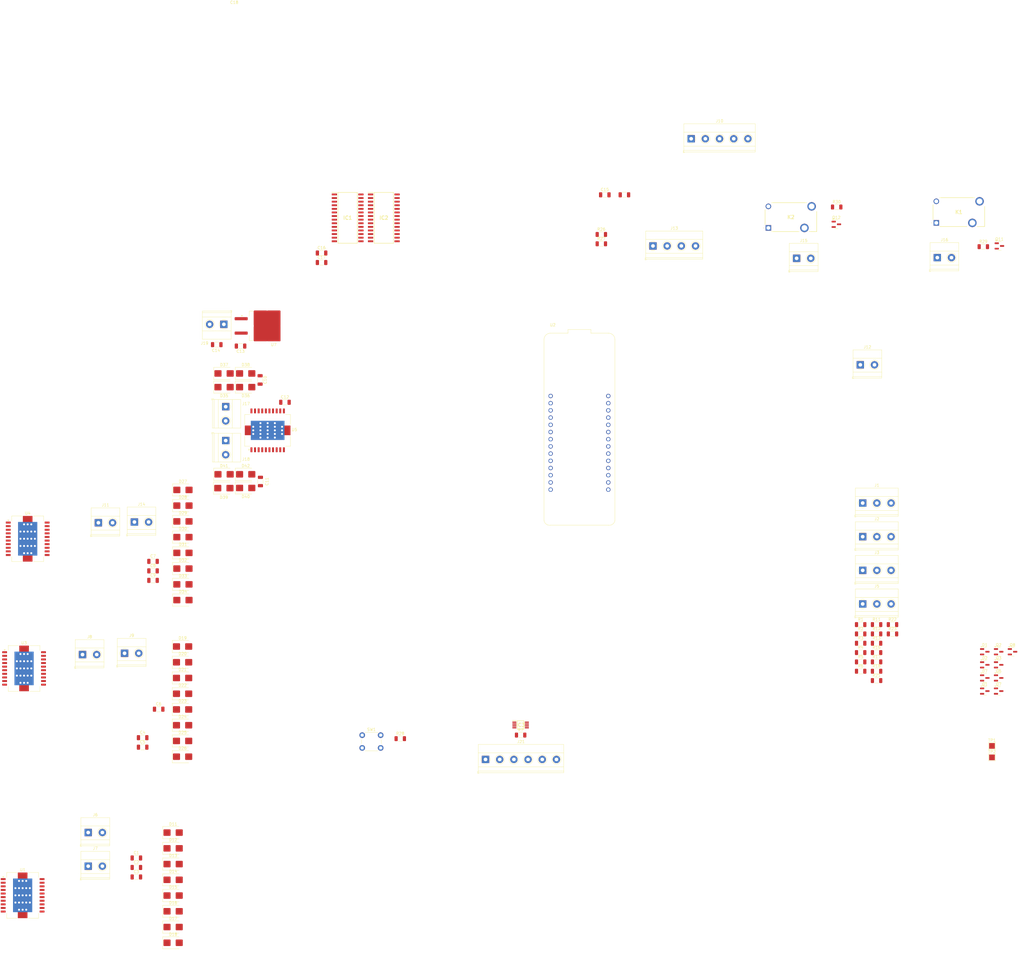
<source format=kicad_pcb>
(kicad_pcb (version 20221018) (generator pcbnew)
  (layers (0 "F.Cu" jumper) (31 "B.Cu" signal) (34 "B.Paste" user) (35 "F.Paste" user) (36 "B.SilkS" user "B.Silkscreen") (37 "F.SilkS" user "F.Silkscreen") (38 "B.Mask" user) (39 "F.Mask" user) (44 "Edge.Cuts" user))
  (net 0 "")
  (net 1 "+5V")
  (net 2 "Earth")
  (net 3 "+12V")
  (net 4 "/Vin")
  (net 5 "/D0+")
  (net 6 "/D0-")
  (net 7 "/S_HUM_1_IN")
  (net 8 "/S_HUM_2_IN")
  (net 9 "/S_HUM_3_IN")
  (net 10 "Net-(D11-A)")
  (net 11 "Net-(J1-Pin_1)")
  (net 12 "Net-(J1-Pin_2)")
  (net 13 "Net-(J2-Pin_1)")
  (net 14 "Net-(J2-Pin_2)")
  (net 15 "Net-(J3-Pin_1)")
  (net 16 "Net-(J3-Pin_2)")
  (net 17 "Net-(Q1-B)")
  (net 18 "Net-(Q2-B)")
  (net 19 "Net-(Q3-B)")
  (net 20 "/RI+")
  (net 21 "Net-(D41-A)")
  (net 22 "/RI-")
  (net 24 "Net-(Q6-B)")
  (net 25 "Net-(Q6-C)")
  (net 27 "Net-(D13-A)")
  (net 28 "Net-(D15-A)")
  (net 29 "Net-(D17-A)")
  (net 30 "Net-(D19-A)")
  (net 31 "Net-(D21-A)")
  (net 32 "Net-(D23-A)")
  (net 33 "Net-(D25-A)")
  (net 34 "Net-(D27-A)")
  (net 35 "Net-(D29-A)")
  (net 36 "Net-(D31-A)")
  (net 37 "Net-(D33-A)")
  (net 38 "Net-(D35-A)")
  (net 41 "Net-(D37-A)")
  (net 43 "Net-(D39-A)")
  (net 44 "/S_ANEM_IN")
  (net 45 "/R1_EN")
  (net 46 "/R1_IN1")
  (net 47 "/R1_IN2")
  (net 56 "Net-(Q7-C)")
  (net 60 "+3.3V")
  (net 62 "/SDA")
  (net 63 "/SCL")
  (net 68 "/W1_EN")
  (net 69 "/W1_IN1")
  (net 70 "/W1_IN2")
  (net 71 "/W2_EN")
  (net 72 "/W2_IN1")
  (net 73 "/W2_IN2")
  (net 74 "/RELAY_2_EN")
  (net 75 "/RELAY_1_EN")
  (net 76 "/P1_EN")
  (net 77 "/P1_IN1")
  (net 78 "/P1_IN2")
  (net 79 "/P2_EN")
  (net 80 "/P2_IN1")
  (net 81 "/P2_IN2")
  (net 82 "/P3_EN")
  (net 83 "/P3_IN1")
  (net 85 "/FOCO_1_EN")
  (net 87 "/FOCO_2_EN")
  (net 88 "/FOCO_3_EN")
  (net 89 "/P3_IN2")
  (net 90 "/P4_EN")
  (net 91 "/P4_IN1")
  (net 92 "/P4_IN2")
  (net 93 "/P5_EN")
  (net 94 "/P5_IN1")
  (net 95 "/P5_IN2")
  (net 96 "/FOCO_4_EN")
  (net 97 "/NO_1")
  (net 99 "/RX")
  (net 100 "/TX")
  (net 101 "/HEAT_EN")
  (net 102 "Net-(Q7-B)")
  (net 103 "Net-(Q8-B)")
  (net 104 "Net-(Q8-C)")
  (net 108 "/S_HUM_1_EN")
  (net 109 "/S_HUM_2_EN")
  (net 110 "/S_HUM_3_EN")
  (net 112 "/COM_1")
  (net 113 "/NO_2")
  (net 114 "/COM_2")
  (net 115 "Net-(K1-COIL_1)")
  (net 116 "Net-(K2-COIL_1)")
  (net 117 "Net-(Q11-B)")
  (net 118 "Net-(Q12-B)")
  (net 119 "/PULSE_IN")
  (footprint "Diode_SMD:D_SMB" (layer "F.Cu") (at 17.893 87.507)
    (fp_text reference "D28" (at 0 -3) (layer "F.SilkS"))
    (fp_text value "SS24")
    (pad "1" smd roundrect (at -2.15 0) (size 2.5 2.3) (layers "F.Cu" "F.Paste" "F.Mask") (roundrect_rratio 0.1086956522) (net 34 "Net-(D27-A)"))
    (pad "2" smd roundrect (at 2.15 0) (size 2.5 2.3) (layers "F.Cu" "F.Paste" "F.Mask") (roundrect_rratio 0.1086956522) (net 2 "Earth"))
  )
  (footprint "TerminalBlock_Phoenix:TerminalBlock_Phoenix_MKDS-1,5-2_1x02_P5.00mm_Horizontal" (layer "F.Cu") (at 32.969 64.556 -90)
    (fp_text reference "J18" (at 6.564 -7.163 -180) (layer "F.SilkS"))
    (fp_text value "Screw_Terminal_01x02")
    (pad "1" thru_hole rect (at 0 0 270) (size 2.6 2.6) (drill 1.3) (layers "*.Cu" "*.Mask") (net 21 "Net-(D41-A)"))
    (pad "2" thru_hole circle (at 5 0 270) (size 2.6 2.6) (drill 1.3) (layers "*.Cu" "*.Mask") (net 43 "Net-(D39-A)"))
  )
  (footprint "Diode_SMD:D_SMB" (layer "F.Cu") (at 14.438 230.543)
    (fp_text reference "D16" (at 0 -3) (layer "F.SilkS"))
    (fp_text value "SS24")
    (pad "1" smd roundrect (at -2.15 0) (size 2.5 2.3) (layers "F.Cu" "F.Paste" "F.Mask") (roundrect_rratio 0.1086956522) (net 28 "Net-(D15-A)"))
    (pad "2" smd roundrect (at 2.15 0) (size 2.5 2.3) (layers "F.Cu" "F.Paste" "F.Mask") (roundrect_rratio 0.1086956522) (net 2 "Earth"))
  )
  (footprint "TerminalBlock_Phoenix:TerminalBlock_Phoenix_MKDS-1,5-2_1x02_P5.00mm_Horizontal" (layer "F.Cu") (at -11.903 93.54)
    (fp_text reference "J11" (at 2.5 -6.26) (layer "F.SilkS"))
    (fp_text value "Screw_Terminal_01x02")
    (pad "1" thru_hole rect (at 0 0) (size 2.6 2.6) (drill 1.3) (layers "*.Cu" "*.Mask") (net 35 "Net-(D29-A)"))
    (pad "2" thru_hole circle (at 5 0) (size 2.6 2.6) (drill 1.3) (layers "*.Cu" "*.Mask") (net 34 "Net-(D27-A)"))
  )
  (footprint "SimbolosSnapEDA:BOARD_ARDUINO_MKR_WAN_1310" (layer "F.Cu") (at 157.644 60.556)
    (fp_text reference "U2" (at -9.425 -36.775) (layer "F.SilkS"))
    (fp_text value "ARDUINO_MKR_WAN_1310")
    (pad "" np_thru_hole circle (at -10.25 -31.6) (size 2.2 2.2) (drill 2.2) (layers "*.Cu" "*.Mask"))
    (pad "" np_thru_hole circle (at -10.25 25.4) (size 2.2 2.2) (drill 2.2) (layers "*.Cu" "*.Mask"))
    (pad "" np_thru_hole circle (at 10.25 -31.6) (size 2.2 2.2) (drill 2.2) (layers "*.Cu" "*.Mask"))
    (pad "" np_thru_hole circle (at 10.25 25.4) (size 2.2 2.2) (drill 2.2) (layers "*.Cu" "*.Mask"))
    (pad "J3_1" thru_hole circle (at -10.16 -11.7152) (size 1.508 1.508) (drill 1) (layers "*.Cu" "*.Mask"))
    (pad "J3_2" thru_hole circle (at -10.16 -9.1752) (size 1.508 1.508) (drill 1) (layers "*.Cu" "*.Mask") (net 7 "/S_HUM_1_IN"))
    (pad "J3_3" thru_hole circle (at -10.16 -6.6352) (size 1.508 1.508) (drill 1) (layers "*.Cu" "*.Mask") (net 8 "/S_HUM_2_IN"))
    (pad "J3_4" thru_hole circle (at -10.16 -4.0952) (size 1.508 1.508) (drill 1) (layers "*.Cu" "*.Mask") (net 9 "/S_HUM_3_IN"))
    (pad "J3_5" thru_hole circle (at -10.16 -1.5552) (size 1.508 1.508) (drill 1) (layers "*.Cu" "*.Mask"))
    (pad "J3_6" thru_hole circle (at -10.16 0.9848) (size 1.508 1.508) (drill 1) (layers "*.Cu" "*.Mask") (net 44 "/S_ANEM_IN"))
    (pad "J3_7" thru_hole circle (at -10.16 3.5248) (size 1.508 1.508) (drill 1) (layers "*.Cu" "*.Mask") (net 119 "/PULSE_IN"))
    (pad "J3_8" thru_hole circle (at -10.16 6.0648) (size 1.508 1.508) (drill 1) (layers "*.Cu" "*.Mask"))
    (pad "J3_9" thru_hole circle (at -10.16 8.6048) (size 1.508 1.508) (drill 1) (layers "*.Cu" "*.Mask") (net 108 "/S_HUM_1_EN"))
    (pad "J3_10" thru_hole circle (at -10.16 11.1448) (size 1.508 1.508) (drill 1) (layers "*.Cu" "*.Mask") (net 109 "/S_HUM_2_EN"))
    (pad "J3_11" thru_hole circle (at -10.16 13.6848) (size 1.508 1.508) (drill 1) (layers "*.Cu" "*.Mask") (net 110 "/S_HUM_3_EN"))
    (pad "J3_12" thru_hole circle (at -10.16 16.2248) (size 1.508 1.508) (drill 1) (layers "*.Cu" "*.Mask"))
    (pad "J3_13" thru_hole circle (at -10.16 18.7648) (size 1.508 1.508) (drill 1) (layers "*.Cu" "*.Mask"))
    (pad "J3_14" thru_hole circle (at -10.16 21.3048) (size 1.508 1.508) (drill 1) (layers "*.Cu" "*.Mask") (net 101 "/HEAT_EN"))
    (pad "J5_1" thru_hole circle (at 10.16 21.3048) (size 1.508 1.508) (drill 1) (layers "*.Cu" "*.Mask") (net 85 "/FOCO_1_EN"))
    (pad "J5_2" thru_hole circle (at 10.16 18.7648) (size 1.508 1.508) (drill 1) (layers "*.Cu" "*.Mask") (net 87 "/FOCO_2_EN"))
    (pad "J5_3" thru_hole circle (at 10.16 16.2248) (size 1.508 1.508) (drill 1) (layers "*.Cu" "*.Mask") (net 88 "/FOCO_3_EN"))
    (pad "J5_4" thru_hole circle (at 10.16 13.6848) (size 1.508 1.508) (drill 1) (layers "*.Cu" "*.Mask") (net 96 "/FOCO_4_EN"))
    (pad "J5_5" thru_hole circle (at 10.16 11.1448) (size 1.508 1.508) (drill 1) (layers "*.Cu" "*.Mask"))
    (pad "J5_6" thru_hole circle (at 10.16 8.6048) (size 1.508 1.508) (drill 1) (layers "*.Cu" "*.Mask") (net 62 "/SDA"))
    (pad "J5_7" thru_hole circle (at 10.16 6.0648) (size 1.508 1.508) (drill 1) (layers "*.Cu" "*.Mask") (net 63 "/SCL"))
    (pad "J5_8" thru_hole circle (at 10.16 3.5248) (size 1.508 1.508) (drill 1) (layers "*.Cu" "*.Mask") (net 99 "/RX"))
    (pad "J5_9" thru_hole circle (at 10.16 0.9848) (size 1.508 1.508) (drill 1) (layers "*.Cu" "*.Mask") (net 100 "/TX"))
    (pad "J5_10" thru_hole circle (at 10.16 -1.5552) (size 1.508 1.508) (drill 1) (layers "*.Cu" "*.Mask"))
    (pad "J5_11" thru_hole circle (at 10.16 -4.0952) (size 1.508 1.508) (drill 1) (layers "*.Cu" "*.Mask") (net 2 "Earth"))
    (pad "J5_12" thru_hole circle (at 10.16 -6.6352) (size 1.508 1.508) (drill 1) (layers "*.Cu" "*.Mask") (net 60 "+3.3V"))
    (pad "J5_13" thru_hole circle (at 10.16 -9.1752) (size 1.508 1.508) (drill 1) (layers "*.Cu" "*.Mask") (net 4 "/Vin"))
    (pad "J5_14" thru_hole circle (at 10.16 -11.7152) (size 1.508 1.508) (drill 1) (layers "*.Cu" "*.Mask") (net 1 "+5V"))
  )
  (footprint "Package_SO:HSOP-20-1EP_11.0x15.9mm_P1.27mm_SlugDown_ThermalVias" (layer "F.Cu") (at -36.822 99.187)
    (fp_text reference "U4" (at 0 -9) (layer "F.SilkS"))
    (fp_text value "L298P")
    (pad "1" smd rect (at -6.85 -5.715) (size 1.7 0.7) (layers "F.Cu" "F.Paste" "F.Mask") (net 2 "Earth"))
    (pad "2" smd rect (at -6.85 -4.445) (size 1.7 0.7) (layers "F.Cu" "F.Paste" "F.Mask") (net 2 "Earth"))
    (pad "3" smd rect (at -6.85 -3.175) (size 1.7 0.7) (layers "F.Cu" "F.Paste" "F.Mask"))
    (pad "4" smd rect (at -6.85 -1.905) (size 1.7 0.7) (layers "F.Cu" "F.Paste" "F.Mask") (net 37 "Net-(D33-A)"))
    (pad "5" smd rect (at -6.85 -0.635) (size 1.7 0.7) (layers "F.Cu" "F.Paste" "F.Mask") (net 36 "Net-(D31-A)"))
    (pad "6" smd rect (at -6.85 0.635) (size 1.7 0.7) (layers "F.Cu" "F.Paste" "F.Mask") (net 3 "+12V"))
    (pad "7" smd rect (at -6.85 1.905) (size 1.7 0.7) (layers "F.Cu" "F.Paste" "F.Mask") (net 89 "/P3_IN2"))
    (pad "8" smd rect (at -6.85 3.175) (size 1.7 0.7) (layers "F.Cu" "F.Paste" "F.Mask") (net 82 "/P3_EN"))
    (pad "9" smd rect (at -6.85 4.445) (size 1.7 0.7) (layers "F.Cu" "F.Paste" "F.Mask") (net 83 "/P3_IN1"))
    (pad "10" smd rect (at -6.85 5.715) (size 1.7 0.7) (layers "F.Cu" "F.Paste" "F.Mask") (net 2 "Earth"))
    (pad "11" smd rect (at 6.85 5.715) (size 1.7 0.7) (layers "F.Cu" "F.Paste" "F.Mask") (net 2 "Earth"))
    (pad "12" smd rect (at 6.85 4.445) (size 1.7 0.7) (layers "F.Cu" "F.Paste" "F.Mask") (net 1 "+5V"))
    (pad "13" smd rect (at 6.85 3.175) (size 1.7 0.7) (layers "F.Cu" "F.Paste" "F.Mask") (net 92 "/P4_IN2"))
    (pad "14" smd rect (at 6.85 1.905) (size 1.7 0.7) (layers "F.Cu" "F.Paste" "F.Mask") (net 90 "/P4_EN"))
    (pad "15" smd rect (at 6.85 0.635) (size 1.7 0.7) (layers "F.Cu" "F.Paste" "F.Mask") (net 91 "/P4_IN1"))
    (pad "16" smd rect (at 6.85 -0.635) (size 1.7 0.7) (layers "F.Cu" "F.Paste" "F.Mask") (net 35 "Net-(D29-A)"))
    (pad "17" smd rect (at 6.85 -1.905) (size 1.7 0.7) (layers "F.Cu" "F.Paste" "F.Mask") (net 34 "Net-(D27-A)"))
    (pad "18" smd rect (at 6.85 -3.175) (size 1.7 0.7) (layers "F.Cu" "F.Paste" "F.Mask"))
    (pad "19" smd rect (at 6.85 -4.445) (size 1.7 0.7) (layers "F.Cu" "F.Paste" "F.Mask") (net 2 "Earth"))
    (pad "20" smd rect (at 6.85 -5.715) (size 1.7 0.7) (layers "F.Cu" "F.Paste" "F.Mask") (net 2 "Earth"))
    (pad "21" thru_hole circle (at -2.54 -2.54) (size 1 1) (drill 0.7) (layers "*.Cu"))
    (pad "21" thru_hole circle (at -2.54 0) (size 1 1) (drill 0.7) (layers "*.Cu"))
    (pad "21" thru_hole circle (at -2.54 2.54) (size 1 1) (drill 0.7) (layers "*.Cu"))
    (pad "21" thru_hole circle (at -1.27 -5.08) (size 1 1) (drill 0.7) (layers "*.Cu"))
    (pad "21" thru_hole circle (at -1.27 -2.54) (size 1 1) (drill 0.7) (layers "*.Cu"))
    (pad "21" thru_hole circle (at -1.27 0) (size 1 1) (drill 0.7) (layers "*.Cu"))
    (pad "21" thru_hole circle (at -1.27 2.54) (size 1 1) (drill 0.7) (layers "*.Cu"))
    (pad "21" thru_hole circle (at -1.27 5.08) (size 1 1) (drill 0.7) (layers "*.Cu"))
    (pad "21" smd rect (at 0 -6.8425) (size 3.4 2.415) (layers "F.Cu" "F.Paste" "F.Mask"))
    (pad "21" thru_hole circle (at 0 -5.08) (size 1 1) (drill 0.7) (layers "*.Cu"))
    (pad "21" thru_hole circle (at 0 -2.54) (size 1 1) (drill 0.7) (layers "*.Cu"))
    (pad "21" thru_hole circle (at 0 0) (size 1 1) (drill 0.7) (layers "*.Cu"))
    (pad "21" smd rect (at 0 0) (size 6.4 11.27) (layers "F.Cu" "F.Paste" "F.Mask"))
    (pad "21" smd rect (at 0 0) (size 6.78 11.86) (layers "B.Cu"))
    (pad "21" thru_hole circle (at 0 2.54) (size 1 1) (drill 0.7) (layers "*.Cu"))
    (pad "21" thru_hole circle (at 0 5.08) (size 1 1) (drill 0.7) (layers "*.Cu"))
    (pad "21" smd rect (at 0 6.8425) (size 3.4 2.415) (layers "F.Cu" "F.Paste" "F.Mask"))
    (pad "21" thru_hole circle (at 1.27 -5.08) (size 1 1) (drill 0.7) (layers "*.Cu"))
    (pad "21" thru_hole circle (at 1.27 -2.54) (size 1 1) (drill 0.7) (layers "*.Cu"))
    (pad "21" thru_hole circle (at 1.27 0) (size 1 1) (drill 0.7) (layers "*.Cu"))
    (pad "21" thru_hole circle (at 1.27 2.54) (size 1 1) (drill 0.7) (layers "*.Cu"))
    (pad "21" thru_hole circle (at 1.27 5.08) (size 1 1) (drill 0.7) (layers "*.Cu"))
    (pad "21" thru_hole circle (at 2.54 -2.54) (size 1 1) (drill 0.7) (layers "*.Cu"))
    (pad "21" thru_hole circle (at 2.54 0) (size 1 1) (drill 0.7) (layers "*.Cu"))
    (pad "21" thru_hole circle (at 2.54 2.54) (size 1 1) (drill 0.7) (layers "*.Cu"))
  )
  (footprint "Capacitor_SMD:C_1206_3216Metric" (layer "F.Cu") (at 9.344 159.275)
    (fp_text reference "C6" (at 0 -1.85) (layer "F.SilkS"))
    (fp_text value "0.1u")
    (pad "1" smd roundrect (at -1.475 0) (size 1.15 1.8) (layers "F.Cu" "F.Paste" "F.Mask") (roundrect_rratio 0.217391) (net 1 "+5V"))
    (pad "2" smd roundrect (at 1.475 0) (size 1.15 1.8) (layers "F.Cu" "F.Paste" "F.Mask") (roundrect_rratio 0.217391) (net 2 "Earth"))
  )
  (footprint "Capacitor_SMD:C_1206_3216Metric" (layer "F.Cu") (at 29.815 30.734)
    (fp_text reference "C14" (at -0.254 2.032 180) (layer "F.SilkS"))
    (fp_text value "0.33u")
    (pad "1" smd roundrect (at -1.475 0) (size 1.15 1.8) (layers "F.Cu" "F.Paste" "F.Mask") (roundrect_rratio 0.217391) (net 3 "+12V"))
    (pad "2" smd roundrect (at 1.475 0) (size 1.15 1.8) (layers "F.Cu" "F.Paste" "F.Mask") (roundrect_rratio 0.217391) (net 2 "Earth"))
  )
  (footprint "Package_SO:HSOP-20-1EP_11.0x15.9mm_P1.27mm_SlugDown_ThermalVias" (layer "F.Cu") (at -38.6 224.917)
    (fp_text reference "U1" (at 0 -9) (layer "F.SilkS"))
    (fp_text value "L298P")
    (pad "1" smd rect (at -6.85 -5.715) (size 1.7 0.7) (layers "F.Cu" "F.Paste" "F.Mask") (net 2 "Earth"))
    (pad "2" smd rect (at -6.85 -4.445) (size 1.7 0.7) (layers "F.Cu" "F.Paste" "F.Mask") (net 2 "Earth"))
    (pad "3" smd rect (at -6.85 -3.175) (size 1.7 0.7) (layers "F.Cu" "F.Paste" "F.Mask"))
    (pad "4" smd rect (at -6.85 -1.905) (size 1.7 0.7) (layers "F.Cu" "F.Paste" "F.Mask") (net 29 "Net-(D17-A)"))
    (pad "5" smd rect (at -6.85 -0.635) (size 1.7 0.7) (layers "F.Cu" "F.Paste" "F.Mask") (net 28 "Net-(D15-A)"))
    (pad "6" smd rect (at -6.85 0.635) (size 1.7 0.7) (layers "F.Cu" "F.Paste" "F.Mask") (net 3 "+12V"))
    (pad "7" smd rect (at -6.85 1.905) (size 1.7 0.7) (layers "F.Cu" "F.Paste" "F.Mask") (net 73 "/W2_IN2"))
    (pad "8" smd rect (at -6.85 3.175) (size 1.7 0.7) (layers "F.Cu" "F.Paste" "F.Mask") (net 71 "/W2_EN"))
    (pad "9" smd rect (at -6.85 4.445) (size 1.7 0.7) (layers "F.Cu" "F.Paste" "F.Mask") (net 72 "/W2_IN1"))
    (pad "10" smd rect (at -6.85 5.715) (size 1.7 0.7) (layers "F.Cu" "F.Paste" "F.Mask") (net 2 "Earth"))
    (pad "11" smd rect (at 6.85 5.715) (size 1.7 0.7) (layers "F.Cu" "F.Paste" "F.Mask") (net 2 "Earth"))
    (pad "12" smd rect (at 6.85 4.445) (size 1.7 0.7) (layers "F.Cu" "F.Paste" "F.Mask") (net 1 "+5V"))
    (pad "13" smd rect (at 6.85 3.175) (size 1.7 0.7) (layers "F.Cu" "F.Paste" "F.Mask") (net 47 "/R1_IN2"))
    (pad "14" smd rect (at 6.85 1.905) (size 1.7 0.7) (layers "F.Cu" "F.Paste" "F.Mask") (net 45 "/R1_EN"))
    (pad "15" smd rect (at 6.85 0.635) (size 1.7 0.7) (layers "F.Cu" "F.Paste" "F.Mask") (net 46 "/R1_IN1"))
    (pad "16" smd rect (at 6.85 -0.635) (size 1.7 0.7) (layers "F.Cu" "F.Paste" "F.Mask") (net 27 "Net-(D13-A)"))
    (pad "17" smd rect (at 6.85 -1.905) (size 1.7 0.7) (layers "F.Cu" "F.Paste" "F.Mask") (net 10 "Net-(D11-A)"))
    (pad "18" smd rect (at 6.85 -3.175) (size 1.7 0.7) (layers "F.Cu" "F.Paste" "F.Mask"))
    (pad "19" smd rect (at 6.85 -4.445) (size 1.7 0.7) (layers "F.Cu" "F.Paste" "F.Mask") (net 2 "Earth"))
    (pad "20" smd rect (at 6.85 -5.715) (size 1.7 0.7) (layers "F.Cu" "F.Paste" "F.Mask") (net 2 "Earth"))
    (pad "21" thru_hole circle (at -2.54 -2.54) (size 1 1) (drill 0.7) (layers "*.Cu"))
    (pad "21" thru_hole circle (at -2.54 0) (size 1 1) (drill 0.7) (layers "*.Cu"))
    (pad "21" thru_hole circle (at -2.54 2.54) (size 1 1) (drill 0.7) (layers "*.Cu"))
    (pad "21" thru_hole circle (at -1.27 -5.08) (size 1 1) (drill 0.7) (layers "*.Cu"))
    (pad "21" thru_hole circle (at -1.27 -2.54) (size 1 1) (drill 0.7) (layers "*.Cu"))
    (pad "21" thru_hole circle (at -1.27 0) (size 1 1) (drill 0.7) (layers "*.Cu"))
    (pad "21" thru_hole circle (at -1.27 2.54) (size 1 1) (drill 0.7) (layers "*.Cu"))
    (pad "21" thru_hole circle (at -1.27 5.08) (size 1 1) (drill 0.7) (layers "*.Cu"))
    (pad "21" smd rect (at 0 -6.8425) (size 3.4 2.415) (layers "F.Cu" "F.Paste" "F.Mask"))
    (pad "21" thru_hole circle (at 0 -5.08) (size 1 1) (drill 0.7) (layers "*.Cu"))
    (pad "21" thru_hole circle (at 0 -2.54) (size 1 1) (drill 0.7) (layers "*.Cu"))
    (pad "21" thru_hole circle (at 0 0) (size 1 1) (drill 0.7) (layers "*.Cu"))
    (pad "21" smd rect (at 0 0) (size 6.4 11.27) (layers "F.Cu" "F.Paste" "F.Mask"))
    (pad "21" smd rect (at 0 0) (size 6.78 11.86) (layers "B.Cu"))
    (pad "21" thru_hole circle (at 0 2.54) (size 1 1) (drill 0.7) (layers "*.Cu"))
    (pad "21" thru_hole circle (at 0 5.08) (size 1 1) (drill 0.7) (layers "*.Cu"))
    (pad "21" smd rect (at 0 6.8425) (size 3.4 2.415) (layers "F.Cu" "F.Paste" "F.Mask"))
    (pad "21" thru_hole circle (at 1.27 -5.08) (size 1 1) (drill 0.7) (layers "*.Cu"))
    (pad "21" thru_hole circle (at 1.27 -2.54) (size 1 1) (drill 0.7) (layers "*.Cu"))
    (pad "21" thru_hole circle (at 1.27 0) (size 1 1) (drill 0.7) (layers "*.Cu"))
    (pad "21" thru_hole circle (at 1.27 2.54) (size 1 1) (drill 0.7) (layers "*.Cu"))
    (pad "21" thru_hole circle (at 1.27 5.08) (size 1 1) (drill 0.7) (layers "*.Cu"))
    (pad "21" thru_hole circle (at 2.54 -2.54) (size 1 1) (drill 0.7) (layers "*.Cu"))
    (pad "21" thru_hole circle (at 2.54 0) (size 1 1) (drill 0.7) (layers "*.Cu"))
    (pad "21" thru_hole circle (at 2.54 2.54) (size 1 1) (drill 0.7) (layers "*.Cu"))
  )
  (footprint "TerminalBlock_Phoenix:TerminalBlock_Phoenix_MKDS-1,5-3_1x03_P5.00mm_Horizontal" (layer "F.Cu") (at 257.462 98.454)
    (fp_text reference "J2" (at 5 -6.26) (layer "F.SilkS"))
    (fp_text value "Screw_Terminal_01x03")
    (pad "1" thru_hole rect (at 0 0) (size 2.6 2.6) (drill 1.3) (layers "*.Cu" "*.Mask") (net 13 "Net-(J2-Pin_1)"))
    (pad "2" thru_hole circle (at 5 0) (size 2.6 2.6) (drill 1.3) (layers "*.Cu" "*.Mask") (net 14 "Net-(J2-Pin_2)"))
    (pad "3" thru_hole circle (at 10 0) (size 2.6 2.6) (drill 1.3) (layers "*.Cu" "*.Mask") (net 2 "Earth"))
  )
  (footprint "Resistor_SMD:R_1206_3216Metric" (layer "F.Cu") (at 256.742 136.024)
    (fp_text reference "R3" (at 0 -1.82) (layer "F.SilkS"))
    (fp_text value "1.8k")
    (pad "1" smd roundrect (at -1.4625 0) (size 1.125 1.75) (layers "F.Cu" "F.Paste" "F.Mask") (roundrect_rratio 0.222222) (net 14 "Net-(J2-Pin_2)"))
    (pad "2" smd roundrect (at 1.4625 0) (size 1.125 1.75) (layers "F.Cu" "F.Paste" "F.Mask") (roundrect_rratio 0.222222) (net 8 "/S_HUM_2_IN"))
  )
  (footprint "Diode_SMD:D_SMB" (layer "F.Cu") (at 17.893 93.057)
    (fp_text reference "D29" (at 0 -3) (layer "F.SilkS"))
    (fp_text value "SS24")
    (pad "1" smd roundrect (at -2.15 0) (size 2.5 2.3) (layers "F.Cu" "F.Paste" "F.Mask") (roundrect_rratio 0.1086956522) (net 3 "+12V"))
    (pad "2" smd roundrect (at 2.15 0) (size 2.5 2.3) (layers "F.Cu" "F.Paste" "F.Mask") (roundrect_rratio 0.1086956522) (net 35 "Net-(D29-A)"))
  )
  (footprint "Capacitor_SMD:C_1206_3216Metric" (layer "F.Cu") (at 3.694 172.675)
    (fp_text reference "C5" (at 0 -1.85) (layer "F.SilkS"))
    (fp_text value "0.1u")
    (pad "1" smd roundrect (at -1.475 0) (size 1.15 1.8) (layers "F.Cu" "F.Paste" "F.Mask") (roundrect_rratio 0.217391) (net 3 "+12V"))
    (pad "2" smd roundrect (at 1.475 0) (size 1.15 1.8) (layers "F.Cu" "F.Paste" "F.Mask") (roundrect_rratio 0.217391) (net 2 "Earth"))
  )
  (footprint "Package_TO_SOT_SMD:SOT-23" (layer "F.Cu") (at 305.372 143.644)
    (fp_text reference "Q3" (at 0 -2.4) (layer "F.SilkS"))
    (fp_text value "MMBT3906")
    (pad "1" smd roundrect (at -0.9375 -0.95) (size 1.475 0.6) (layers "F.Cu" "F.Paste" "F.Mask") (net 1 "+5V"))
    (pad "2" smd roundrect (at -0.9375 0.95) (size 1.475 0.6) (layers "F.Cu" "F.Paste" "F.Mask") (net 19 "Net-(Q3-B)"))
    (pad "3" smd roundrect (at 0.9375 0) (size 1.475 0.6) (layers "F.Cu" "F.Paste" "F.Mask") (net 15 "Net-(J3-Pin_1)"))
  )
  (footprint "Package_TO_SOT_SMD:SOT-23" (layer "F.Cu") (at 310.262 139.019)
    (fp_text reference "Q8" (at 0 -2.4) (layer "F.SilkS"))
    (fp_text value "MMBT3904")
    (pad "1" smd roundrect (at -0.9375 -0.95) (size 1.475 0.6) (layers "F.Cu" "F.Paste" "F.Mask") (net 2 "Earth"))
    (pad "2" smd roundrect (at -0.9375 0.95) (size 1.475 0.6) (layers "F.Cu" "F.Paste" "F.Mask") (net 103 "Net-(Q8-B)"))
    (pad "3" smd roundrect (at 0.9375 0) (size 1.475 0.6) (layers "F.Cu" "F.Paste" "F.Mask") (net 104 "Net-(Q8-C)"))
  )
  (footprint "Resistor_SMD:R_1206_3216Metric" (layer "F.Cu") (at 165.354 -8.116)
    (fp_text reference "R26" (at 0 -1.82) (layer "F.SilkS"))
    (fp_text value "PAD")
    (pad "1" smd roundrect (at -1.4625 0) (size 1.125 1.75) (layers "F.Cu" "F.Paste" "F.Mask") (roundrect_rratio 0.222222) (net 1 "+5V"))
    (pad "2" smd roundrect (at 1.4625 0) (size 1.125 1.75) (layers "F.Cu" "F.Paste" "F.Mask") (roundrect_rratio 0.222222) (net 62 "/SDA"))
  )
  (footprint "Diode_SMD:D_SMB" (layer "F.Cu") (at 17.775 142.727)
    (fp_text reference "D20" (at 0 -3) (layer "F.SilkS"))
    (fp_text value "SS24")
    (pad "1" smd roundrect (at -2.15 0) (size 2.5 2.3) (layers "F.Cu" "F.Paste" "F.Mask") (roundrect_rratio 0.1086956522) (net 30 "Net-(D19-A)"))
    (pad "2" smd roundrect (at 2.15 0) (size 2.5 2.3) (layers "F.Cu" "F.Paste" "F.Mask") (roundrect_rratio 0.1086956522) (net 2 "Earth"))
  )
  (footprint "TestPoint:TestPoint_Pad_2.0x2.0mm" (layer "F.Cu") (at 303.022 172.226)
    (fp_text reference "TP1" (at 0 -1.998) (layer "F.SilkS"))
    (fp_text value "TestPoint")
    (pad "1" smd rect (at 0 0) (size 2 2) (layers "F.Cu" "F.Mask") (net 100 "/TX"))
  )
  (footprint "Diode_SMD:D_SMB" (layer "F.Cu") (at 40.014 81.28)
    (fp_text reference "D40" (at 0 3.048) (layer "F.SilkS"))
    (fp_text value "SS24")
    (pad "1" smd roundrect (at -2.15 0) (size 2.5 2.3) (layers "F.Cu" "F.Paste" "F.Mask") (roundrect_rratio 0.1086956522) (net 43 "Net-(D39-A)"))
    (pad "2" smd roundrect (at 2.15 0) (size 2.5 2.3) (layers "F.Cu" "F.Paste" "F.Mask") (roundrect_rratio 0.1086956522) (net 2 "Earth"))
  )
  (footprint "Capacitor_SMD:C_1206_3216Metric" (layer "F.Cu") (at 38.197 31.242 180)
    (fp_text reference "C13" (at 0 -1.85) (layer "F.SilkS"))
    (fp_text value "0.1u")
    (pad "1" smd roundrect (at -1.475 0 180) (size 1.15 1.8) (layers "F.Cu" "F.Paste" "F.Mask") (roundrect_rratio 0.217391) (net 4 "/Vin"))
    (pad "2" smd roundrect (at 1.475 0 180) (size 1.15 1.8) (layers "F.Cu" "F.Paste" "F.Mask") (roundrect_rratio 0.217391) (net 2 "Earth"))
  )
  (footprint "Diode_SMD:D_SMB" (layer "F.Cu") (at 17.893 115.257)
    (fp_text reference "D33" (at 0 -3) (layer "F.SilkS"))
    (fp_text value "SS24")
    (pad "1" smd roundrect (at -2.15 0) (size 2.5 2.3) (layers "F.Cu" "F.Paste" "F.Mask") (roundrect_rratio 0.1086956522) (net 3 "+12V"))
    (pad "2" smd roundrect (at 2.15 0) (size 2.5 2.3) (layers "F.Cu" "F.Paste" "F.Mask") (roundrect_rratio 0.1086956522) (net 37 "Net-(D33-A)"))
  )
  (footprint "Resistor_SMD:R_1206_3216Metric" (layer "F.Cu") (at 262.352 136.024)
    (fp_text reference "R13" (at 0 -1.82) (layer "F.SilkS"))
    (fp_text value "4.7k")
    (pad "1" smd roundrect (at -1.4625 0) (size 1.125 1.75) (layers "F.Cu" "F.Paste" "F.Mask") (roundrect_rratio 0.222222) (net 104 "Net-(Q8-C)"))
    (pad "2" smd roundrect (at 1.4625 0) (size 1.125 1.75) (layers "F.Cu" "F.Paste" "F.Mask") (roundrect_rratio 0.222222) (net 19 "Net-(Q3-B)"))
  )
  (footprint "Package_SO:HSOP-20-1EP_11.0x15.9mm_P1.27mm_SlugDown_ThermalVias" (layer "F.Cu") (at -38.092 144.907)
    (fp_text reference "U3" (at 0 -9) (layer "F.SilkS"))
    (fp_text value "L298P")
    (pad "1" smd rect (at -6.85 -5.715) (size 1.7 0.7) (layers "F.Cu" "F.Paste" "F.Mask") (net 2 "Earth"))
    (pad "2" smd rect (at -6.85 -4.445) (size 1.7 0.7) (layers "F.Cu" "F.Paste" "F.Mask") (net 2 "Earth"))
    (pad "3" smd rect (at -6.85 -3.175) (size 1.7 0.7) (layers "F.Cu" "F.Paste" "F.Mask"))
    (pad "4" smd rect (at -6.85 -1.905) (size 1.7 0.7) (layers "F.Cu" "F.Paste" "F.Mask") (net 33 "Net-(D25-A)"))
    (pad "5" smd rect (at -6.85 -0.635) (size 1.7 0.7) (layers "F.Cu" "F.Paste" "F.Mask") (net 32 "Net-(D23-A)"))
    (pad "6" smd rect (at -6.85 0.635) (size 1.7 0.7) (layers "F.Cu" "F.Paste" "F.Mask") (net 3 "+12V"))
    (pad "7" smd rect (at -6.85 1.905) (size 1.7 0.7) (layers "F.Cu" "F.Paste" "F.Mask") (net 95 "/P5_IN2"))
    (pad "8" smd rect (at -6.85 3.175) (size 1.7 0.7) (layers "F.Cu" "F.Paste" "F.Mask") (net 93 "/P5_EN"))
    (pad "9" smd rect (at -6.85 4.445) (size 1.7 0.7) (layers "F.Cu" "F.Paste" "F.Mask") (net 94 "/P5_IN1"))
    (pad "10" smd rect (at -6.85 5.715) (size 1.7 0.7) (layers "F.Cu" "F.Paste" "F.Mask") (net 2 "Earth"))
    (pad "11" smd rect (at 6.85 5.715) (size 1.7 0.7) (layers "F.Cu" "F.Paste" "F.Mask") (net 2 "Earth"))
    (pad "12" smd rect (at 6.85 4.445) (size 1.7 0.7) (layers "F.Cu" "F.Paste" "F.Mask") (net 1 "+5V"))
    (pad "13" smd rect (at 6.85 3.175) (size 1.7 0.7) (layers "F.Cu" "F.Paste" "F.Mask") (net 70 "/W1_IN2"))
    (pad "14" smd rect (at 6.85 1.905) (size 1.7 0.7) (layers "F.Cu" "F.Paste" "F.Mask") (net 68 "/W1_EN"))
    (pad "15" smd rect (at 6.85 0.635) (size 1.7 0.7) (layers "F.Cu" "F.Paste" "F.Mask") (net 69 "/W1_IN1"))
    (pad "16" smd rect (at 6.85 -0.635) (size 1.7 0.7) (layers "F.Cu" "F.Paste" "F.Mask") (net 31 "Net-(D21-A)"))
    (pad "17" smd rect (at 6.85 -1.905) (size 1.7 0.7) (layers "F.Cu" "F.Paste" "F.Mask") (net 30 "Net-(D19-A)"))
    (pad "18" smd rect (at 6.85 -3.175) (size 1.7 0.7) (layers "F.Cu" "F.Paste" "F.Mask"))
    (pad "19" smd rect (at 6.85 -4.445) (size 1.7 0.7) (layers "F.Cu" "F.Paste" "F.Mask") (net 2 "Earth"))
    (pad "20" smd rect (at 6.85 -5.715) (size 1.7 0.7) (layers "F.Cu" "F.Paste" "F.Mask") (net 2 "Earth"))
    (pad "21" thru_hole circle (at -2.54 -2.54) (size 1 1) (drill 0.7) (layers "*.Cu"))
    (pad "21" thru_hole circle (at -2.54 0) (size 1 1) (drill 0.7) (layers "*.Cu"))
    (pad "21" thru_hole circle (at -2.54 2.54) (size 1 1) (drill 0.7) (layers "*.Cu"))
    (pad "21" thru_hole circle (at -1.27 -5.08) (size 1 1) (drill 0.7) (layers "*.Cu"))
    (pad "21" thru_hole circle (at -1.27 -2.54) (size 1 1) (drill 0.7) (layers "*.Cu"))
    (pad "21" thru_hole circle (at -1.27 0) (size 1 1) (drill 0.7) (layers "*.Cu"))
    (pad "21" thru_hole circle (at -1.27 2.54) (size 1 1) (drill 0.7) (layers "*.Cu"))
    (pad "21" thru_hole circle (at -1.27 5.08) (size 1 1) (drill 0.7) (layers "*.Cu"))
    (pad "21" smd rect (at 0 -6.8425) (size 3.4 2.415) (layers "F.Cu" "F.Paste" "F.Mask"))
    (pad "21" thru_hole circle (at 0 -5.08) (size 1 1) (drill 0.7) (layers "*.Cu"))
    (pad "21" thru_hole circle (at 0 -2.54) (size 1 1) (drill 0.7) (layers "*.Cu"))
    (pad "21" thru_hole circle (at 0 0) (size 1 1) (drill 0.7) (layers "*.Cu"))
    (pad "21" smd rect (at 0 0) (size 6.4 11.27) (layers "F.Cu" "F.Paste" "F.Mask"))
    (pad "21" smd rect (at 0 0) (size 6.78 11.86) (layers "B.Cu"))
    (pad "21" thru_hole circle (at 0 2.54) (size 1 1) (drill 0.7) (layers "*.Cu"))
    (pad "21" thru_hole circle (at 0 5.08) (size 1 1) (drill 0.7) (layers "*.Cu"))
    (pad "21" smd rect (at 0 6.8425) (size 3.4 2.415) (layers "F.Cu" "F.Paste" "F.Mask"))
    (pad "21" thru_hole circle (at 1.27 -5.08) (size 1 1) (drill 0.7) (layers "*.Cu"))
    (pad "21" thru_hole circle (at 1.27 -2.54) (size 1 1) (drill 0.7) (layers "*.Cu"))
    (pad "21" thru_hole circle (at 1.27 0) (size 1 1) (drill 0.7) (layers "*.Cu"))
    (pad "21" thru_hole circle (at 1.27 2.54) (size 1 1) (drill 0.7) (layers "*.Cu"))
    (pad "21" thru_hole circle (at 1.27 5.08) (size 1 1) (drill 0.7) (layers "*.Cu"))
    (pad "21" thru_hole circle (at 2.54 -2.54) (size 1 1) (drill 0.7) (layers "*.Cu"))
    (pad "21" thru_hole circle (at 2.54 0) (size 1 1) (drill 0.7) (layers "*.Cu"))
    (pad "21" thru_hole circle (at 2.54 2.54) (size 1 1) (drill 0.7) (layers "*.Cu"))
  )
  (footprint "Capacitor_SMD:C_1206_3216Metric" (layer "F.Cu") (at 173.482 -22.098)
    (fp_text reference "C18" (at -137.512 -67.842) (layer "F.SilkS"))
    (fp_text value "100n")
    (pad "1" smd roundrect (at -1.475 0) (size 1.15 1.8) (layers "F.Cu" "F.Paste" "F.Mask") (roundrect_rratio 0.217391) (net 1 "+5V"))
    (pad "2" smd roundrect (at 1.475 0) (size 1.15 1.8) (layers "F.Cu" "F.Paste" "F.Mask") (roundrect_rratio 0.217391) (net 2 "Earth"))
  )
  (footprint "Capacitor_SMD:C_1206_3216Metric" (layer "F.Cu") (at 1.484 211.737)
    (fp_text reference "C1" (at 0 -1.85) (layer "F.SilkS"))
    (fp_text value "0.1u")
    (pad "1" smd roundrect (at -1.475 0) (size 1.15 1.8) (layers "F.Cu" "F.Paste" "F.Mask") (roundrect_rratio 0.217391) (net 3 "+12V"))
    (pad "2" smd roundrect (at 1.475 0) (size 1.15 1.8) (layers "F.Cu" "F.Paste" "F.Mask") (roundrect_rratio 0.217391) (net 2 "Earth"))
  )
  (footprint "Package_TO_SOT_SMD:SOT-23" (layer "F.Cu") (at 305.372 152.894)
    (fp_text reference "Q7" (at 0 -2.4) (layer "F.SilkS"))
    (fp_text value "MMBT3904")
    (pad "1" smd roundrect (at -0.9375 -0.95) (size 1.475 0.6) (layers "F.Cu" "F.Paste" "F.Mask") (net 2 "Earth"))
    (pad "2" smd roundrect (at -0.9375 0.95) (size 1.475 0.6) (layers "F.Cu" "F.Paste" "F.Mask") (net 102 "Net-(Q7-B)"))
    (pad "3" smd roundrect (at 0.9375 0) (size 1.475 0.6) (layers "F.Cu" "F.Paste" "F.Mask") (net 56 "Net-(Q7-C)"))
  )
  (footprint "Diode_SMD:D_SMB" (layer "F.Cu") (at 14.438 219.443)
    (fp_text reference "D14" (at 0 -3) (layer "F.SilkS"))
    (fp_text value "SS24")
    (pad "1" smd roundrect (at -2.15 0) (size 2.5 2.3) (layers "F.Cu" "F.Paste" "F.Mask") (roundrect_rratio 0.1086956522) (net 27 "Net-(D13-A)"))
    (pad "2" smd roundrect (at 2.15 0) (size 2.5 2.3) (layers "F.Cu" "F.Paste" "F.Mask") (roundrect_rratio 0.1086956522) (net 2 "Earth"))
  )
  (footprint "Package_TO_SOT_SMD:SOT-23" (layer "F.Cu") (at 305.372 139.019)
    (fp_text reference "Q2" (at 0 -2.4) (layer "F.SilkS"))
    (fp_text value "MMBT3906")
    (pad "1" smd roundrect (at -0.9375 -0.95) (size 1.475 0.6) (layers "F.Cu" "F.Paste" "F.Mask") (net 1 "+5V"))
    (pad "2" smd roundrect (at -0.9375 0.95) (size 1.475 0.6) (layers "F.Cu" "F.Paste" "F.Mask") (net 18 "Net-(Q2-B)"))
    (pad "3" smd roundrect (at 0.9375 0) (size 1.475 0.6) (layers "F.Cu" "F.Paste" "F.Mask") (net 13 "Net-(J2-Pin_1)"))
  )
  (footprint "Capacitor_SMD:C_1206_3216Metric" (layer "F.Cu") (at 3.694 169.325)
    (fp_text reference "C4" (at 0 -1.85) (layer "F.SilkS"))
    (fp_text value "0.1u")
    (pad "1" smd roundrect (at -1.475 0) (size 1.15 1.8) (layers "F.Cu" "F.Paste" "F.Mask") (roundrect_rratio 0.217391) (net 3 "+12V"))
    (pad "2" smd roundrect (at 1.475 0) (size 1.15 1.8) (layers "F.Cu" "F.Paste" "F.Mask") (roundrect_rratio 0.217391) (net 2 "Earth"))
  )
  (footprint "Package_TO_SOT_SMD:SOT-23" (layer "F.Cu") (at 300.482 139.019)
    (fp_text reference "D1" (at 0 -2.4) (layer "F.SilkS"))
    (fp_text value "BAT54S")
    (pad "1" smd roundrect (at -0.9375 -0.95) (size 1.475 0.6) (layers "F.Cu" "F.Paste" "F.Mask") (net 2 "Earth"))
    (pad "2" smd roundrect (at -0.9375 0.95) (size 1.475 0.6) (layers "F.Cu" "F.Paste" "F.Mask") (net 60 "+3.3V"))
    (pad "3" smd roundrect (at 0.9375 0) (size 1.475 0.6) (layers "F.Cu" "F.Paste" "F.Mask") (net 8 "/S_HUM_2_IN"))
  )
  (footprint "TerminalBlock_Phoenix:TerminalBlock_Phoenix_MKDS-1,5-5_1x05_P5.00mm_Horizontal" (layer "F.Cu") (at 197.01 -41.859)
    (fp_text reference "J10" (at 10 -6.26) (layer "F.SilkS"))
    (fp_text value "Screw_Terminal_01x05")
    (pad "1" thru_hole rect (at 0 0) (size 2.6 2.6) (drill 1.3) (layers "*.Cu" "*.Mask") (net 85 "/FOCO_1_EN"))
    (pad "2" thru_hole circle (at 5 0) (size 2.6 2.6) (drill 1.3) (layers "*.Cu" "*.Mask") (net 87 "/FOCO_2_EN"))
    (pad "3" thru_hole circle (at 10 0) (size 2.6 2.6) (drill 1.3) (layers "*.Cu" "*.Mask") (net 88 "/FOCO_3_EN"))
    (pad "4" thru_hole circle (at 15 0) (size 2.6 2.6) (drill 1.3) (layers "*.Cu" "*.Mask") (net 96 "/FOCO_4_EN"))
    (pad "5" thru_hole circle (at 20 0) (size 2.6 2.6) (drill 1.3) (layers "*.Cu" "*.Mask") (net 2 "Earth"))
  )
  (footprint "Capacitor_SMD:C_1206_3216Metric" (layer "F.Cu") (at 7.361 113.857)
    (fp_text reference "C9" (at 0 -1.85) (layer "F.SilkS"))
    (fp_text value "0.1u")
    (pad "1" smd roundrect (at -1.475 0) (size 1.15 1.8) (layers "F.Cu" "F.Paste" "F.Mask") (roundrect_rratio 0.217391) (net 1 "+5V"))
    (pad "2" smd roundrect (at 1.475 0) (size 1.15 1.8) (layers "F.Cu" "F.Paste" "F.Mask") (roundrect_rratio 0.217391) (net 2 "Earth"))
  )
  (footprint "Resistor_SMD:R_1206_3216Metric" (layer "F.Cu") (at 256.742 145.894)
    (fp_text reference "R6" (at 0 -1.82) (layer "F.SilkS"))
    (fp_text value "3.3k")
    (pad "1" smd roundrect (at -1.4625 0) (size 1.125 1.75) (layers "F.Cu" "F.Paste" "F.Mask") (roundrect_rratio 0.222222) (net 9 "/S_HUM_3_IN"))
    (pad "2" smd roundrect (at 1.4625 0) (size 1.125 1.75) (layers "F.Cu" "F.Paste" "F.Mask") (roundrect_rratio 0.222222) (net 2 "Earth"))
  )
  (footprint "Diode_SMD:D_SMB" (layer "F.Cu") (at 17.893 120.807)
    (fp_text reference "D34" (at 0 -3) (layer "F.SilkS"))
    (fp_text value "SS24")
    (pad "1" smd roundrect (at -2.15 0) (size 2.5 2.3) (layers "F.Cu" "F.Paste" "F.Mask") (roundrect_rratio 0.1086956522) (net 37 "Net-(D33-A)"))
    (pad "2" smd roundrect (at 2.15 0) (size 2.5 2.3) (layers "F.Cu" "F.Paste" "F.Mask") (roundrect_rratio 0.1086956522) (net 2 "Earth"))
  )
  (footprint "Resistor_SMD:R_1206_3216Metric" (layer "F.Cu") (at 256.742 129.444)
    (fp_text reference "R1" (at 0 -1.82) (layer "F.SilkS"))
    (fp_text value "1.8k")
    (pad "1" smd roundrect (at -1.4625 0) (size 1.125 1.75) (layers "F.Cu" "F.Paste" "F.Mask") (roundrect_rratio 0.222222) (net 12 "Net-(J1-Pin_2)"))
    (pad "2" smd roundrect (at 1.4625 0) (size 1.125 1.75) (layers "F.Cu" "F.Paste" "F.Mask") (roundrect_rratio 0.222222) (net 7 "/S_HUM_1_IN"))
  )
  (footprint "Diode_SMD:D_SMB" (layer "F.Cu") (at 14.438 224.993)
    (fp_text reference "D15" (at 0 -3) (layer "F.SilkS"))
    (fp_text value "SS24")
    (pad "1" smd roundrect (at -2.15 0) (size 2.5 2.3) (layers "F.Cu" "F.Paste" "F.Mask") (roundrect_rratio 0.1086956522) (net 3 "+12V"))
    (pad "2" smd roundrect (at 2.15 0) (size 2.5 2.3) (layers "F.Cu" "F.Paste" "F.Mask") (roundrect_rratio 0.1086956522) (net 28 "Net-(D15-A)"))
  )
  (footprint "Diode_SMD:D_SMB" (layer "F.Cu") (at 14.438 213.893)
    (fp_text reference "D13" (at 0 -3) (layer "F.SilkS"))
    (fp_text value "SS24")
    (pad "1" smd roundrect (at -2.15 0) (size 2.5 2.3) (layers "F.Cu" "F.Paste" "F.Mask") (roundrect_rratio 0.1086956522) (net 3 "+12V"))
    (pad "2" smd roundrect (at 2.15 0) (size 2.5 2.3) (layers "F.Cu" "F.Paste" "F.Mask") (roundrect_rratio 0.1086956522) (net 27 "Net-(D13-A)"))
  )
  (footprint "TerminalBlock_Phoenix:TerminalBlock_Phoenix_MKDS-1,5-2_1x02_P5.00mm_Horizontal" (layer "F.Cu") (at 0.797 93.286)
    (fp_text reference "J14" (at 2.5 -6.26) (layer "F.SilkS"))
    (fp_text value "Screw_Terminal_01x02")
    (pad "1" thru_hole rect (at 0 0) (size 2.6 2.6) (drill 1.3) (layers "*.Cu" "*.Mask") (net 37 "Net-(D33-A)"))
    (pad "2" thru_hole circle (at 5 0) (size 2.6 2.6) (drill 1.3) (layers "*.Cu" "*.Mask") (net 36 "Net-(D31-A)"))
  )
  (footprint "TerminalBlock_Phoenix:TerminalBlock_Phoenix_MKDS-1,5-2_1x02_P5.00mm_Horizontal" (layer "F.Cu") (at -15.494 202.77)
    (fp_text reference "J6" (at 2.5 -6.26) (layer "F.SilkS"))
    (fp_text value "Screw_Terminal_01x02")
    (pad "1" thru_hole rect (at 0 0) (size 2.6 2.6) (drill 1.3) (layers "*.Cu" "*.Mask") (net 27 "Net-(D13-A)"))
    (pad "2" thru_hole circle (at 5 0) (size 2.6 2.6) (drill 1.3) (layers "*.Cu" "*.Mask") (net 10 "Net-(D11-A)"))
  )
  (footprint "Diode_SMD:D_SMB" (layer "F.Cu") (at 17.775 176.027)
    (fp_text reference "D26" (at 0 -3) (layer "F.SilkS"))
    (fp_text value "SS24")
    (pad "1" smd roundrect (at -2.15 0) (size 2.5 2.3) (layers "F.Cu" "F.Paste" "F.Mask") (roundrect_rratio 0.1086956522) (net 33 "Net-(D25-A)"))
    (pad "2" smd roundrect (at 2.15 0) (size 2.5 2.3) (layers "F.Cu" "F.Paste" "F.Mask") (roundrect_rratio 0.1086956522) (net 2 "Earth"))
  )
  (footprint "Resistor_SMD:R_1206_3216Metric" (layer "F.Cu") (at 262.352 142.604)
    (fp_text reference "R17" (at 0 -1.82) (layer "F.SilkS"))
    (fp_text value "10k")
    (pad "1" smd roundrect (at -1.4625 0) (size 1.125 1.75) (layers "F.Cu" "F.Paste" "F.Mask") (roundrect_rratio 0.222222) (net 56 "Net-(Q7-C)"))
    (pad "2" smd roundrect (at 1.4625 0) (size 1.125 1.75) (layers "F.Cu" "F.Paste" "F.Mask") (roundrect_rratio 0.222222) (net 60 "+3.3V"))
  )
  (footprint "TerminalBlock_Phoenix:TerminalBlock_Phoenix_MKDS-1,5-2_1x02_P5.00mm_Horizontal" (layer "F.Cu") (at 32.315 23.571 180)
    (fp_text reference "J19" (at 6.818 -6.655) (layer "F.SilkS"))
    (fp_text value "Screw_Terminal_01x02")
    (pad "1" thru_hole rect (at 0 0 180) (size 2.6 2.6) (drill 1.3) (layers "*.Cu" "*.Mask") (net 2 "Earth"))
    (pad "2" thru_hole circle (at 5 0 180) (size 2.6 2.6) (drill 1.3) (layers "*.Cu" "*.Mask") (net 3 "+12V"))
  )
  (footprint "TerminalBlock_Phoenix:TerminalBlock_Phoenix_MKDS-1,5-2_1x02_P5.00mm_Horizontal" (layer "F.Cu") (at 32.969 52.618 -90)
    (fp_text reference "J17" (at -1.056 -7.163) (layer "F.SilkS"))
    (fp_text value "Screw_Terminal_01x02")
    (pad "1" thru_hole rect (at 0 0 270) (size 2.6 2.6) (drill 1.3) (layers "*.Cu" "*.Mask") (net 41 "Net-(D37-A)"))
    (pad "2" thru_hole circle (at 5 0 270) (size 2.6 2.6) (drill 1.3) (layers "*.Cu" "*.Mask") (net 38 "Net-(D35-A)"))
  )
  (footprint "Capacitor_SMD:C_1206_3216Metric" (layer "F.Cu") (at 7.361 110.507)
    (fp_text reference "C8" (at 0 -1.85) (layer "F.SilkS"))
    (fp_text value "0.1u")
    (pad "1" smd roundrect (at -1.475 0) (size 1.15 1.8) (layers "F.Cu" "F.Paste" "F.Mask") (roundrect_rratio 0.217391) (net 3 "+12V"))
    (pad "2" smd roundrect (at 1.475 0) (size 1.15 1.8) (layers "F.Cu" "F.Paste" "F.Mask") (roundrect_rratio 0.217391) (net 2 "Earth"))
  )
  (footprint "Diode_SMD:D_SMB" (layer "F.Cu") (at 17.893 109.707)
    (fp_text reference "D32" (at 0 -3) (layer "F.SilkS"))
    (fp_text value "SS24")
    (pad "1" smd roundrect (at -2.15 0) (size 2.5 2.3) (layers "F.Cu" "F.Paste" "F.Mask") (roundrect_rratio 0.1086956522) (net 36 "Net-(D31-A)"))
    (pad "2" smd roundrect (at 2.15 0) (size 2.5 2.3) (layers "F.Cu" "F.Paste" "F.Mask") (roundrect_rratio 0.1086956522) (net 2 "Earth"))
  )
  (footprint "Diode_SMD:D_SMB" (layer "F.Cu") (at 14.438 208.343)
    (fp_text reference "D12" (at 0 -3) (layer "F.SilkS"))
    (fp_text value "SS24")
    (pad "1" smd roundrect (at -2.15 0) (size 2.5 2.3) (layers "F.Cu" "F.Paste" "F.Mask") (roundrect_rratio 0.1086956522) (net 10 "Net-(D11-A)"))
    (pad "2" smd roundrect (at 2.15 0) (size 2.5 2.3) (layers "F.Cu" "F.Paste" "F.Mask") (roundrect_rratio 0.1086956522) (net 2 "Earth"))
  )
  (footprint "Capacitor_SMD:C_1206_3216Metric" (layer "F.Cu") (at 7.361 107.157)
    (fp_text reference "C7" (at 0 -1.85) (layer "F.SilkS"))
    (fp_text value "0.1u")
    (pad "1" smd roundrect (at -1.475 0) (size 1.15 1.8) (layers "F.Cu" "F.Paste" "F.Mask") (roundrect_rratio 0.217391) (net 3 "+12V"))
    (pad "2" smd roundrect (at 1.475 0) (size 1.15 1.8) (layers "F.Cu" "F.Paste" "F.Mask") (roundrect_rratio 0.217391) (net 2 "Earth"))
  )
  (footprint "SamacSys_Parts:SOP65P490X110-8N" (layer "F.Cu") (at 136.906 164.846)
    (fp_text reference "IC3" (at 0 0) (layer "F.SilkS") (effects (font (size 1.27 1.27) (thickness 0.254))))
    (fp_text value "DS89C21TMX_NOPB" hide)
    (pad "1" smd rect (at -2.2 -0.975 90) (size 0.45 1.4) (layers "F.Cu" "F.Paste" "F.Mask") (net 1 "+5V"))
    (pad "2" smd rect (at -2.2 -0.325 90) (size 0.45 1.4) (layers "F.Cu" "F.Paste" "F.Mask") (net 99 "/RX"))
    (pad "3" smd rect (at -2.2 0.325 90) (size 0.45 1.4) (layers "F.Cu" "F.Paste" "F.Mask") (net 100 "/TX"))
    (pad "4" smd rect (at -2.2 0.975 90) (size 0.45 1.4) (layers "F.Cu" "F.Paste" "F.Mask") (net 2 "Earth"))
    (pad "5" smd rect (at 2.2 0.975 90) (size 0.45 1.4) (layers "F.Cu" "F.Paste" "F.Mask") (net 5 "/D0+"))
    (pad "6" smd rect (at 2.2 0.325 90) (size 0.45 1.4) (layers "F.Cu" "F.Paste" "F.Mask") (net 6 "/D0-"))
    (pad "7" smd rect (at 2.2 -0.325 90) (size 0.45 1.4) (layers "F.Cu" "F.Paste" "F.Mask") (net 20 "/RI+"))
    (pad "8" smd rect (at 2.2 -0.975 90) (size 0.45 1.4) (layers "F.Cu" "F.Paste" "F.Mask") (net 22 "/RI-"))
  )
  (footprint "Capacitor_SMD:C_1206_3216Metric" (layer "F.Cu") (at 45.212 78.994 90)
    (fp_text reference "C11" (at 0 2.286 90) (layer "F.SilkS"))
    (fp_text value "0.1u")
    (pad "1" smd roundrect (at -1.475 0 90) (size 1.15 1.8) (layers "F.Cu" "F.Paste" "F.Mask") (roundrect_rratio 0.217391) (net 3 "+12V"))
    (pad "2" smd roundrect (at 1.475 0 90) (size 1.15 1.8) (layers "F.Cu" "F.Paste" "F.Mask") (roundrect_rratio 0.217391) (net 2 "Earth"))
  )
  (footprint "Diode_SMD:D_SMB" (layer "F.Cu") (at 14.438 236.093)
    (fp_text reference "D17" (at 0 -3) (layer "F.SilkS"))
    (fp_text value "SS24")
    (pad "1" smd roundrect (at -2.15 0) (size 2.5 2.3) (layers "F.Cu" "F.Paste" "F.Mask") (roundrect_rratio 0.1086956522) (net 3 "+12V"))
    (pad "2" smd roundrect (at 2.15 0) (size 2.5 2.3) (layers "F.Cu" "F.Paste" "F.Mask") (roundrect_rratio 0.1086956522) (net 29 "Net-(D17-A)"))
  )
  (footprint "TerminalBlock_Phoenix:TerminalBlock_Phoenix_MKDS-1,5-4_1x04_P5.00mm_Horizontal" (layer "F.Cu") (at 183.548 -4.064)
    (fp_text reference "J13" (at 7.5 -6.26) (layer "F.SilkS"))
    (fp_text value "Screw_Terminal_01x04")
    (pad "1" thru_hole rect (at 0 0) (size 2.6 2.6) (drill 1.3) (layers "*.Cu" "*.Mask") (net 1 "+5V"))
    (pad "2" thru_hole circle (at 5 0) (size 2.6 2.6) (drill 1.3) (layers "*.Cu" "*.Mask") (net 62 "/SDA"))
    (pad "3" thru_hole circle (at 10 0) (size 2.6 2.6) (drill 1.3) (layers "*.Cu" "*.Mask") (net 63 "/SCL"))
    (pad "4" thru_hole circle (at 15 0) (size 2.6 2.6) (drill 1.3) (layers "*.Cu" "*.Mask") (net 2 "Earth"))
  )
  (footprint "SamacSys_Parts:20715569" (layer "F.Cu") (at 283.408 -12.202)
    (fp_text reference "K1" (at 7.93 -3.8) (layer "F.SilkS") (effects (font (size 1.27 1.27) (thickness 0.254))))
    (fp_text value "2071556-9" hide)
    (pad "1" thru_hole rect (at 0 0) (size 1.95 1.95) (drill 1.3) (layers "*.Cu" "*.Mask") (net 115 "Net-(K1-COIL_1)"))
    (pad "2" thru_hole circle (at 0 -7.6) (size 1.95 1.95) (drill 1.3) (layers "*.Cu" "*.Mask") (net 1 "+5V"))
    (pad "3" thru_hole circle (at 12.7 0) (size 3 3) (drill 2) (layers "*.Cu" "*.Mask") (net 114 "/COM_2"))
    (pad "4" thru_hole circle (at 15.24 -7.6) (size 3 3) (drill 2) (layers "*.Cu" "*.Mask") (net 113 "/NO_2"))
  )
  (footprint "Package_TO_SOT_SMD:SOT-23" (layer "F.Cu") (at 300.482 143.644)
    (fp_text reference "D2" (at 0 -2.4) (layer "F.SilkS"))
    (fp_text value "BAT54S")
    (pad "1" smd roundrect (at -0.9375 -0.95) (size 1.475 0.6) (layers "F.Cu" "F.Paste" "F.Mask") (net 2 "Earth"))
    (pad "2" smd roundrect (at -0.9375 0.95) (size 1.475 0.6) (layers "F.Cu" "F.Paste" "F.Mask") (net 60 "+3.3V"))
    (pad "3" smd roundrect (at 0.9375 0) (size 1.475 0.6) (layers "F.Cu" "F.Paste" "F.Mask") (net 9 "/S_HUM_3_IN"))
  )
  (footprint "Capacitor_SMD:C_1206_3216Metric" (layer "F.Cu") (at 166.575 -22.098)
    (fp_text reference "C15" (at 0 -1.85) (layer "F.SilkS"))
    (fp_text value "100n")
    (pad "1" smd roundrect (at -1.475 0) (size 1.15 1.8) (layers "F.Cu" "F.Paste" "F.Mask") (roundrect_rratio 0.217391) (net 2 "Earth"))
    (pad "2" smd roundrect (at 1.475 0) (size 1.15 1.8) (layers "F.Cu" "F.Paste" "F.Mask") (roundrect_rratio 0.217391) (net 4 "/Vin"))
  )
  (footprint "Diode_SMD:D_SMB" (layer "F.Cu") (at 32.394 76.454)
    (fp_text reference "D41" (at 0 -3) (layer "F.SilkS"))
    (fp_text value "SS24")
    (pad "1" smd roundrect (at -2.15 0) (size 2.5 2.3) (layers "F.Cu" "F.Paste" "F.Mask") (roundrect_rratio 0.1086956522) (net 3 "+12V"))
    (pad "2" smd roundrect (at 2.15 0) (size 2.5 2.3) (layers "F.Cu" "F.Paste" "F.Mask") (roundrect_rratio 0.1086956522) (net 21 "Net-(D41-A)"))
  )
  (footprint "Capacitor_SMD:C_1206_3216Metric" (layer "F.Cu") (at 1.484 215.087)
    (fp_text reference "C2" (at 0 -1.85) (layer "F.SilkS"))
    (fp_text value "0.1u")
    (pad "1" smd roundrect (at -1.475 0) (size 1.15 1.8) (layers "F.Cu" "F.Paste" "F.Mask") (roundrect_rratio 0.217391) (net 3 "+12V"))
    (pad "2" smd roundrect (at 1.475 0) (size 1.15 1.8) (layers "F.Cu" "F.Paste" "F.Mask") (roundrect_rratio 0.217391) (net 2 "Earth"))
  )
  (footprint "TestPoint:TestPoint_Pad_2.0x2.0mm" (layer "F.Cu") (at 303.022 176.276)
    (fp_text reference "TP2" (at 0 -1.998) (layer "F.SilkS"))
    (fp_text value "TestPoint")
    (pad "1" smd rect (at 0 0) (size 2 2) (layers "F.Cu" "F.Mask") (net 99 "/RX"))
  )
  (footprint "Diode_SMD:D_SMB" (layer "F.Cu") (at 17.893 98.607)
    (fp_text reference "D30" (at 0 -3) (layer "F.SilkS"))
    (fp_text value "SS24")
    (pad "1" smd roundrect (at -2.15 0) (size 2.5 2.3) (layers "F.Cu" "F.Paste" "F.Mask") (roundrect_rratio 0.1086956522) (net 35 "Net-(D29-A)"))
    (pad "2" smd roundrect (at 2.15 0) (size 2.5 2.3) (layers "F.Cu" "F.Paste" "F.Mask") (roundrect_rratio 0.1086956522) (net 2 "Earth"))
  )
  (footprint "TerminalBlock_Phoenix:TerminalBlock_Phoenix_MKDS-1,5-2_1x02_P5.00mm_Horizontal" (layer "F.Cu") (at -15.494 214.63)
    (fp_text reference "J7" (at 2.5 -6.26) (layer "F.SilkS"))
    (fp_text value "Screw_Terminal_01x02")
    (pad "1" thru_hole rect (at 0 0) (size 2.6 2.6) (drill 1.3) (layers "*.Cu" "*.Mask") (net 29 "Net-(D17-A)"))
    (pad "2" thru_hole circle (at 5 0) (size 2.6 2.6) (drill 1.3) (layers "*.Cu" "*.Mask") (net 28 "Net-(D15-A)"))
  )
  (footprint "SamacSys_Parts:SOIC127P1030X265-28N" (layer "F.Cu") (at 88.696 -13.97)
    (fp_text reference "IC2" (at 0 0) (layer "F.SilkS") (effects (font (size 1.27 1.27) (thickness 0.254))))
    (fp_text value "MCP23017-E_SO" hide)
    (pad "1" smd rect (at -4.675 -8.255 90) (size 0.65 1.85) (layers "F.Cu" "F.Paste" "F.Mask") (net 45 "/R1_EN"))
    (pad "2" smd rect (at -4.675 -6.985 90) (size 0.65 1.85) (layers "F.Cu" "F.Paste" "F.Mask") (net 46 "/R1_IN1"))
    (pad "3" smd rect (at -4.675 -5.715 90) (size 0.65 1.85) (layers "F.Cu" "F.Paste" "F.Mask") (net 47 "/R1_IN2"))
    (pad "4" smd rect (at -4.675 -4.445 90) (size 0.65 1.85) (layers "F.Cu" "F.Paste" "F.Mask"))
    (pad "5" smd rect (at -4.675 -3.175 90) (size 0.65 1.85) (layers "F.Cu" "F.Paste" "F.Mask"))
    (pad "6" smd rect (at -4.675 -1.905 90) (size 0.65 1.85) (layers "F.Cu" "F.Paste" "F.Mask"))
    (pad "7" smd rect (at -4.675 -0.635 90) (size 0.65 1.85) (layers "F.Cu" "F.Paste" "F.Mask"))
    (pad "8" smd rect (at -4.675 0.635 90) (size 0.65 1.85) (layers "F.Cu" "F.Paste" "F.Mask"))
    (pad "9" smd rect (at -4.675 1.905 90) (size 0.65 1.85) (layers "F.Cu" "F.Paste" "F.Mask") (net 60 "+3.3V"))
    (pad "10" smd rect (at -4.675 3.175 90) (size 0.65 1.85) (layers "F.Cu" "F.Paste" "F.Mask") (net 2 "Earth"))
    (pad "11" smd rect (at -4.675 4.445 90) (size 0.65 1.85) (layers "F.Cu" "F.Paste" "F.Mask"))
    (pad "12" smd rect (at -4.675 5.715 90) (size 0.65 1.85) (layers "F.Cu" "F.Paste" "F.Mask") (net 62 "/SDA"))
    (pad "13" smd rect (at -4.675 6.985 90) (size 0.65 1.85) (layers "F.Cu" "F.Paste" "F.Mask") (net 63 "/SCL"))
    (pad "14" smd rect (at -4.675 8.255 90) (size 0.65 1.85) (layers "F.Cu" "F.Paste" "F.Mask"))
    (pad "15" smd rect (at 4.675 8.255 90) (size 0.65 1.85) (layers "F.Cu" "F.Paste" "F.Mask") (net 60 "+3.3V"))
    (pad "16" smd rect (at 4.675 6.985 90) (size 0.65 1.85) (layers "F.Cu" "F.Paste" "F.Mask") (net 2 "Earth"))
    (pad "17" smd rect (at 4.675 5.715 90) (size 0.65 1.85) (layers "F.Cu" "F.Paste" "F.Mask") (net 2 "Earth"))
    (pad "18" smd rect (at 4.675 4.445 90) (size 0.65 1.85) (layers "F.Cu" "F.Paste" "F.Mask"))
    (pad "19" smd rect (at 4.675 3.175 90) (size 0.65 1.85) (layers "F.Cu" "F.Paste" "F.Mask"))
    (pad "20" smd rect (at 4.675 1.905 90) (size 0.65 1.85) (layers "F.Cu" "F.Paste" "F.Mask"))
    (pad "21" smd rect (at 4.675 0.635 90) (size 0.65 1.85) (layers "F.Cu" "F.Paste" "F.Mask") (net 68 "/W1_EN"))
    (pad "22" smd rect (at 4.675 -0.635 90) (size 0.65 1.85) (layers "F.Cu" "F.Paste" "F.Mask") (net 69 "/W1_IN1"))
    (pad "23" smd rect (at 4.675 -1.905 90) (size 0.65 1.85) (layers "F.Cu" "F.Paste" "F.Mask") (net 70 "/W1_IN2"))
    (pad "24" smd rect (at 4.675 -3.175 90) (size 0.65 1.85) (layers "F.Cu" "F.Paste" "F.Mask") (net 71 "/W2_EN"))
    (pad "25" smd rect (at 4.675 -4.445 90) (size 0.65 1.85) (layers "F.Cu" "F.Paste" "F.Mask") (net 72 "/W2_IN1"))
    (pad "26" smd rect (at 4.675 -5.715 90) (size 0.65 1.85) (layers "F.Cu" "F.Paste" "F.Mask") (net 73 "/W2_IN2"))
    (pad "27" smd rect (at 4.675 -6.985 90) (size 0.65 1.85) (layers "F.Cu" "F.Paste" "F.Mask") (net 74 "/RELAY_2_EN"))
    (pad "28" smd rect (at 4.675 -8.255 90) (size 0.65 1.85) (layers "F.Cu" "F.Paste" "F.Mask") (net 75 "/RELAY_1_EN"))
  )
  (footprint "Resistor_SMD:R_1206_3216Metric" (layer "F.Cu") (at 267.962 129.444)
    (fp_text reference "R22" (at 0 -1.82) (layer "F.SilkS"))
    (fp_text value "27k")
    (pad "1" smd roundrect (at -1.4625 0) (size 1.125 1.75) (layers "F.Cu" "F.Paste" "F.Mask") (roundrect_rratio 0.222222) (net 102 "Net-(Q7-B)"))
    (pad "2" smd roundrect (at 1.4625 0) (size 1.125 1.75) (layers "F.Cu" "F.Paste" "F.Mask") (roundrect_rratio 0.222222) (net 109 "/S_HUM_2_EN"))
  )
  (footprint "SamacSys_Parts:SOIC127P1030X265-28N" (layer "F.Cu") (at 75.946 -13.97)
    (fp_text reference "IC1" (at 0 0) (layer "F.SilkS") (effects (font (size 1.27 1.27) (thickness 0.254))))
    (fp_text value "MCP23017-E_SO" hide)
    (pad "1" smd rect (at -4.675 -8.255 90) (size 0.65 1.85) (layers "F.Cu" "F.Paste" "F.Mask") (net 76 "/P1_EN"))
    (pad "2" smd rect (at -4.675 -6.985 90) (size 0.65 1.85) (layers "F.Cu" "F.Paste" "F.Mask") (net 77 "/P1_IN1"))
    (pad "3" smd rect (at -4.675 -5.715 90) (size 0.65 1.85) (layers "F.Cu" "F.Paste" "F.Mask") (net 78 "/P1_IN2"))
    (pad "4" smd rect (at -4.675 -4.445 90) (size 0.65 1.85) (layers "F.Cu" "F.Paste" "F.Mask") (net 79 "/P2_EN"))
    (pad "5" smd rect (at -4.675 -3.175 90) (size 0.65 1.85) (layers "F.Cu" "F.Paste" "F.Mask") (net 80 "/P2_IN1"))
    (pad "6" smd rect (at -4.675 -1.905 90) (size 0.65 1.85) (layers "F.Cu" "F.Paste" "F.Mask") (net 81 "/P2_IN2"))
    (pad "7" smd rect (at -4.675 -0.635 90) (size 0.65 1.85) (layers "F.Cu" "F.Paste" "F.Mask") (net 82 "/P3_EN"))
    (pad "8" smd rect (at -4.675 0.635 90) (size 0.65 1.85) (layers "F.Cu" "F.Paste" "F.Mask") (net 83 "/P3_IN1"))
    (pad "9" smd rect (at -4.675 1.905 90) (size 0.65 1.85) (layers "F.Cu" "F.Paste" "F.Mask") (net 60 "+3.3V"))
    (pad "10" smd rect (at -4.675 3.175 90) (size 0.65 1.85) (layers "F.Cu" "F.Paste" "F.Mask") (net 2 "Earth"))
    (pad "11" smd rect (at -4.675 4.445 90) (size 0.65 1.85) (layers "F.Cu" "F.Paste" "F.Mask"))
    (pad "12" smd rect (at -4.675 5.715 90) (size 0.65 1.85) (layers "F.Cu" "F.Paste" "F.Mask") (net 62 "/SDA"))
    (pad "13" smd rect (at -4.675 6.985 90) (size 0.65 1.85) (layers "F.Cu" "F.Paste" "F.Mask") (net 63 "/SCL"))
    (pad "14" smd rect (at -4.675 8.255 90) (size 0.65 1.85) (layers "F.Cu" "F.Paste" "F.Mask"))
    (pad "15" smd rect (at 4.675 8.255 90) (size 0.65 1.85) (layers "F.Cu" "F.Paste" "F.Mask") (net 2 "Earth"))
    (pad "16" smd rect (at 4.675 6.985 90) (size 0.65 1.85) (layers "F.Cu" "F.Paste" "F.Mask") (net 2 "Earth"))
    (pad "17" smd rect (at 4.675 5.715 90) (size 0.65 1.85) (layers "F.Cu" "F.Paste" "F.Mask") (net 2 "Earth"))
    (pad "18" smd rect (at 4.675 4.445 90) (size 0.65 1.85) (layers "F.Cu" "F.Paste" "F.Mask"))
    (pad "19" smd rect (at 4.675 3.175 90) (size 0.65 1.85) (layers "F.Cu" "F.Paste" "F.Mask"))
    (pad "20" smd rect (at 4.675 1.905 90) (size 0.65 1.85) (layers "F.Cu" "F.Paste" "F.Mask"))
    (pad "21" smd rect (at 4.675 0.635 90) (size 0.65 1.85) (layers "F.Cu" "F.Paste" "F.Mask") (net 89 "/P3_IN2"))
    (pad "22" smd rect (at 4.675 -0.635 90) (size 0.65 1.85) (layers "F.Cu" "F.Paste" "F.Mask") (net 90 "/P4_EN"))
    (pad "23" smd rect (at 4.675 -1.905 90) (size 0.65 1.85) (layers "F.Cu" "F.Paste" "F.Mask") (net 91 "/P4_IN1"))
    (pad "24" smd rect (at 4.675 -3.175 90) (size 0.65 1.85) (layers "F.Cu" "F.Paste" "F.Mask") (net 92 "/P4_IN2"))
    (pad "25" smd rect (at 4.675 -4.445 90) (size 0.65 1.85) (layers "F.Cu" "F.Paste" "F.Mask") (net 93 "/P5_EN"))
    (pad "26" smd rect (at 4.675 -5.715 90) (size 0.65 1.85) (layers "F.Cu" "F.Paste" "F.Mask") (net 94 "/P5_IN1"))
    (pad "27" smd rect (at 4.675 -6.985 90) (size 0.65 1.85) (layers "F.Cu" "F.Paste" "F.Mask") (net 95 "/P5_IN2"))
    (pad "28" smd rect (at 4.675 -8.255 90) (size 0.65 1.85) (layers "F.Cu" "F.Paste" "F.Mask"))
  )
  (footprint "TerminalBlock_Phoenix:TerminalBlock_Phoenix_MKDS-1,5-2_1x02_P5.00mm_Horizontal" (layer "F.Cu") (at 234.172 0.295)
    (fp_text reference "J15" (at 2.5 -6.26) (layer "F.SilkS"))
    (fp_text value "Screw_Terminal_01x02")
    (pad "1" thru_hole rect (at 0 0) (size 2.6 2.6) (drill 1.3) (layers "*.Cu" "*.Mask") (net 97 "/NO_1"))
    (pad "2" thru_hole circle (at 5 0) (size 2.6 2.6) (drill 1.3) (layers "*.Cu" "*.Mask") (net 112 "/COM_1"))
  )
  (footprint "Diode_SMD:D_SMB" (layer "F.Cu") (at 17.893 81.957)
    (fp_text reference "D27" (at 0 -3) (layer "F.SilkS"))
    (fp_text value "SS24")
    (pad "1" smd roundrect (at -2.15 0) (size 2.5 2.3) (layers "F.Cu" "F.Paste" "F.Mask") (roundrect_rratio 0.1086956522) (net 3 "+12V"))
    (pad "2" smd roundrect (at 2.15 0) (size 2.5 2.3) (layers "F.Cu" "F.Paste" "F.Mask") (roundrect_rratio 0.1086956522) (net 34 "Net-(D27-A)"))
  )
  (footprint "Resistor_SMD:R_1206_3216Metric" (layer "F.Cu") (at 262.352 149.184)
    (fp_text reference "R21" (at 0 -1.82) (layer "F.SilkS"))
    (fp_text value "27k")
    (pad "1" smd roundrect (at -1.4625 0) (size 1.125 1.75) (layers "F.Cu" "F.Paste" "F.Mask") (roundrect_rratio 0.222222) (net 24 "Net-(Q6-B)"))
    (pad "2" smd roundrect (at 1.4625 0) (size 1.125 1.75) (layers "F.Cu" "F.Paste" "F.Mask") (roundrect_rratio 0.222222) (net 108 "/S_HUM_1_EN"))
  )
  (footprint "TerminalBlock_Phoenix:TerminalBlock_Phoenix_MKDS-1,5-2_1x02_P5.00mm_Horizontal" (layer "F.Cu") (at 256.62 37.846)
    (fp_text reference "J12" (at 2.5 -6.26) (layer "F.SilkS"))
    (fp_text value "Screw_Terminal_01x02")
    (pad "1" thru_hole rect (at 0 0) (size 2.6 2.6) (drill 1.3) (layers "*.Cu" "*.Mask") (net 101 "/HEAT_EN"))
    (pad "2" thru_hole circle (at 5 0) (size 2.6 2.6) (drill 1.3) (layers "*.Cu" "*.Mask") (net 2 "Earth"))
  )
  (footprint "Package_TO_SOT_SMD:SOT-23" (layer "F.Cu") (at 305.372 148.269)
    (fp_text reference "Q6" (at 0 -2.4) (layer "F.SilkS"))
    (fp_text value "MMBT3904")
    (pad "1" smd roundrect (at -0.9375 -0.95) (size 1.475 0.6) (layers "F.Cu" "F.Paste" "F.Mask") (net 2 "Earth"))
    (pad "2" smd roundrect (at -0.9375 0.95) (size 1.475 0.6) (layers "F.Cu" "F.Paste" "F.Mask") (net 24 "Net-(Q6-B)"))
    (pad "3" smd roundrect (at 0.9375 0) (size 1.475 0.6) (layers "F.Cu" "F.Paste" "F.Mask") (net 25 "Net-(Q6-C)"))
  )
  (footprint "Diode_SMD:D_SMB" (layer "F.Cu") (at 32.325 81.328)
    (fp_text reference "D39" (at 0 3.254) (layer "F.SilkS"))
    (fp_text value "SS24")
    (pad "1" smd roundrect (at -2.15 0) (size 2.5 2.3) (layers "F.Cu" "F.Paste" "F.Mask") (roundrect_rratio 0.1086956522) (net 3 "+12V"))
    (pad "2" smd roundrect (at 2.15 0) (size 2.5 2.3) (layers "F.Cu" "F.Paste" "F.Mask") (roundrect_rratio 0.1086956522) (net 43 "Net-(D39-A)"))
  )
  (footprint "Diode_SMD:D_SMB" (layer "F.Cu") (at 14.438 241.643)
    (fp_text reference "D18" (at 0 -3) (layer "F.SilkS"))
    (fp_text value "SS24")
    (pad "1" smd roundrect (at -2.15 0) (size 2.5 2.3) (layers "F.Cu" "F.Paste" "F.Mask") (roundrect_rratio 0.1086956522) (net 29 "Net-(D17-A)"))
    (pad "2" smd roundrect (at 2.15 0) (size 2.5 2.3) (layers "F.Cu" "F.Paste" "F.Mask") (roundrect_rratio 0.1086956522) (net 2 "Earth"))
  )
  (footprint "TerminalBlock_Phoenix:TerminalBlock_Phoenix_MKDS-1,5-2_1x02_P5.00mm_Horizontal" (layer "F.Cu") (at -2.676 139.556)
    (fp_text reference "J9" (at 2.5 -6.26) (layer "F.SilkS"))
    (fp_text value "Screw_Terminal_01x02")
    (pad "1" thru_hole rect (at 0 0) (size 2.6 2.6) (drill 1.3) (layers "*.Cu" "*.Mask") (net 33 "Net-(D25-A)"))
    (pad "2" thru_hole circle (at 5 0) (size 2.6 2.6) (drill 1.3) (layers "*.Cu" "*.Mask") (net 32 "Net-(D23-A)"))
  )
  (footprint "TerminalBlock_Phoenix:TerminalBlock_Phoenix_MKDS-1,5-2_1x02_P5.00mm_Horizontal" (layer "F.Cu") (at 283.758 0.051)
    (fp_text reference "J16" (at 2.5 -6.26) (layer "F.SilkS"))
    (fp_text value "Screw_Terminal_01x02")
    (pad "1" thru_hole rect (at 0 0) (size 2.6 2.6) (drill 1.3) (layers "*.Cu" "*.Mask") (net 113 "/NO_2"))
    (pad "2" thru_hole circle (at 5 0) (size 2.6 2.6) (drill 1.3) (layers "*.Cu" "*.Mask") (net 114 "/COM_2"))
  )
  (footprint "SamacSys_Parts:20715569" (layer "F.Cu") (at 224.226 -10.424)
    (fp_text reference "K2" (at 7.93 -3.8) (layer "F.SilkS") (effects (font (size 1.27 1.27) (thickness 0.254))))
    (fp_text value "2071556-9" hide)
    (pad "1" thru_hole rect (at 0 0) (size 1.95 1.95) (drill 1.3) (layers "*.Cu" "*.Mask") (net 116 "Net-(K2-COIL_1)"))
    (pad "2" thru_hole circle (at 0 -7.6) (size 1.95 1.95) (drill 1.3) (layers "*.Cu" "*.Mask") (net 1 "+5V"))
    (pad "3" thru_hole circle (at 12.7 0) (size 3 3) (drill 2) (layers "*.Cu" "*.Mask") (net 112 "/COM_1"))
    (pad "4" thru_hole circle (at 15.24 -7.6) (size 3 3) (drill 2) (layers "*.Cu" "*.Mask") (net 97 "/NO_1"))
  )
  (footprint "Package_TO_SOT_SMD:SOT-23" (layer "F.Cu") (at 305.6405 -4.064)
    (fp_text reference "Q11" (at 0 -2.4) (layer "F.SilkS"))
    (fp_text value "MMBT3904")
    (pad "1" smd roundrect (at -0.9375 -0.95) (size 1.475 0.6) (layers "F.Cu" "F.Paste" "F.Mask") (net 2 "Earth"))
    (pad "2" smd roundrect (at -0.9375 0.95) (size 1.475 0.6) (layers "F.Cu" "F.Paste" "F.Mask") (net 117 "Net-(Q11-B)"))
    (pad "3" smd roundrect (at 0.9375 0) (size 1.475 0.6) (layers "F.Cu" "F.Paste" "F.Mask") (net 115 "Net-(K1-COIL_1)"))
  )
  (footprint "Resistor_SMD:R_1206_3216Metric" (layer "F.Cu") (at 267.962 132.734)
    (fp_text reference "R23" (at 0 -1.82) (layer "F.SilkS"))
    (fp_text value "27k")
    (pad "1" smd roundrect (at -1.4625 0) (size 1.125 1.75) (layers "F.Cu" "F.Paste" "F.Mask") (roundrect_rratio 0.222222) (net 103 "Net-(Q8-B)"))
    (pad "2" smd roundrect (at 1.4625 0) (size 1.125 1.75) (layers "F.Cu" "F.Paste" "F.Mask") (roundrect_rratio 0.222222) (net 110 "/S_HUM_3_EN"))
  )
  (footprint "TerminalBlock_Phoenix:TerminalBlock_Phoenix_MKDS-1,5-3_1x03_P5.00mm_Horizontal" (layer "F.Cu") (at 257.462 86.594)
    (fp_text reference "J1" (at 5 -6.26) (layer "F.SilkS"))
    (fp_text value "Screw_Terminal_01x03")
    (pad "1" thru_hole rect (at 0 0) (size 2.6 2.6) (drill 1.3) (layers "*.Cu" "*.Mask") (net 11 "Net-(J1-Pin_1)"))
    (pad "2" thru_hole circle (at 5 0) (size 2.6 2.6) (drill 1.3) (layers "*.Cu" "*.Mask") (net 12 "Net-(J1-Pin_2)"))
    (pad "3" thru_hole circle (at 10 0) (size 2.6 2.6) (drill 1.3) (layers "*.Cu" "*.Mask") (net 2 "Earth"))
  )
  (footprint "Package_TO_SOT_SMD:SOT-23" (layer "F.Cu") (at 300.482 152.894)
    (fp_text reference "Q1" (at 0 -2.4) (layer "F.SilkS"))
    (fp_text value "MMBT3906")
    (pad "1" smd roundrect (at -0.9375 -0.95) (size 1.475 0.6) (layers "F.Cu" "F.Paste" "F.Mask") (net 1 "+5V"))
    (pad "2" smd roundrect (at -0.9375 0.95) (size 1.475 0.6) (layers "F.Cu" "F.Paste" "F.Mask") (net 17 "Net-(Q1-B)"))
    (pad "3" smd roundrect (at 0.9375 0) (size 1.475 0.6) (layers "F.Cu" "F.Paste" "F.Mask") (net 11 "Net-(J1-Pin_1)"))
  )
  (footprint "Resistor_SMD:R_1206_3216Metric" (layer "F.Cu") (at 262.352 139.314)
    (fp_text reference "R16" (at 0 -1.82) (layer "F.SilkS"))
    (fp_text value "10k")
    (pad "1" smd roundrect (at -1.4625 0) (size 1.125 1.75) (layers "F.Cu" "F.Paste" "F.Mask") (roundrect_rratio 0.222222) (net 25 "Net-(Q6-C)"))
    (pad "2" smd roundrect (at 1.4625 0) (size 1.125 1.75) (layers "F.Cu" "F.Paste" "F.Mask") (roundrect_rratio 0.222222) (net 60 "+3.3V"))
  )
  (footprint "Package_TO_SOT_SMD:SOT-23" (layer "F.Cu") (at 300.482 148.269)
    (fp_text reference "D7" (at 0 -2.4) (layer "F.SilkS"))
    (fp_text value "BAT54S")
    (pad "1" smd roundrect (at -0.9375 -0.95) (size 1.475 0.6) (layers "F.Cu" "F.Paste" "F.Mask") (net 2 "Earth"))
    (pad "2" smd roundrect (at -0.9375 0.95) (size 1.475 0.6) (layers "F.Cu" "F.Paste" "F.Mask") (net 60 "+3.3V"))
    (pad "3" smd roundrect (at 0.9375 0) (size 1.475 0.6) (layers "F.Cu" "F.Paste" "F.Mask") (net 7 "/S_HUM_1_IN"))
  )
  (footprint "Button_Switch_THT:SW_PUSH_6mm_H4.3mm" (layer "F.Cu") (at 81.078 168.438)
    (fp_text reference "SW1" (at 3.25 -2) (layer "F.SilkS"))
    (fp_text value "SW_Push")
    (pad "1" thru_hole circle (at 0 0 90) (size 2 2) (drill 1.1) (layers "*.Cu" "*.Mask") (net 119 "/PULSE_IN"))
    (pad "1" thru_hole circle (at 6.5 0 90) (size 2 2) (drill 1.1) (layers "*.Cu" "*.Mask") (net 119 "/PULSE_IN"))
    (pad "2" thru_hole circle (at 0 4.5 90) (size 2 2) (drill 1.1) (layers "*.Cu" "*.Mask") (net 2 "Earth"))
    (pad "2" thru_hole circle (at 6.5 4.5 90) (size 2 2) (drill 1.1) (layers "*.Cu" "*.Mask") (net 2 "Earth"))
  )
  (footprint "TerminalBlock_Phoenix:TerminalBlock_Phoenix_MKDS-1,5-6_1x06_P5.00mm_Horizontal" (layer "F.Cu") (at 124.534 176.997)
    (fp_text reference "J21" (at 12.5 -6.26) (layer "F.SilkS"))
    (fp_text value "Screw_Terminal_01x06")
    (pad "1" thru_hole rect (at 0 0) (size 2.6 2.6) (drill 1.3) (layers "*.Cu" "*.Mask") (net 1 "+5V"))
    (pad "2" thru_hole circle (at 5 0) (size 2.6 2.6) (drill 1.3) (layers "*.Cu" "*.Mask") (net 5 "/D0+"))
    (pad "3" thru_hole circle (at 10 0) (size 2.6 2.6) (drill 1.3) (layers "*.Cu" "*.Mask") (net 6 "/D0-"))
    (pad "4" thru_hole circle (at 15 0) (size 2.6 2.6) (drill 1.3) (layers "*.Cu" "*.Mask") (net 20 "/RI+"))
    (pad "5" thru_hole circle (at 20 0) (size 2.6 2.6) (drill 1.3) (layers "*.Cu" "*.Mask") (net 22 "/RI-"))
    (pad "6" thru_hole circle (at 25 0) (size 2.6 2.6) (drill 1.3) (layers "*.Cu" "*.Mask") (net 2 "Earth"))
  )
  (footprint "Resistor_SMD:R_1206_3216Metric" (layer "F.Cu") (at 256.742 142.604)
    (fp_text reference "R5" (at 0 -1.82) (layer "F.SilkS"))
    (fp_text value "1.8k")
    (pad "1" smd roundrect (at -1.4625 0) (size 1.125 1.75) (layers "F.Cu" "F.Paste" "F.Mask") (roundrect_rratio 0.222222) (net 16 "Net-(J3-Pin_2)"))
    (pad "2" smd roundrect (at 1.4625 0) (size 1.125 1.75) (layers "F.Cu" "F.Paste" "F.Mask") (roundrect_rratio 0.222222) (net 9 "/S_HUM_3_IN"))
  )
  (footprint "Resistor_SMD:R_1206_3216Metric" (layer "F.Cu") (at 136.906 168.402)
    (fp_text reference "R7" (at 0 -1.82) (layer "F.SilkS"))
    (fp_text value "PAD")
    (pad "1" smd roundrect (at -1.4625 0) (size 1.125 1.75) (layers "F.Cu" "F.Paste" "F.Mask") (roundrect_rratio 0.222222) (net 22 "/RI-"))
    (pad "2" smd roundrect (at 1.4625 0) (size 1.125 1.75) (layers "F.Cu" "F.Paste" "F.Mask") (roundrect_rratio 0.222222) (net 20 "/RI+"))
  )
  (footprint "Package_TO_SOT_SMD:TO-263-2" (layer "F.Cu") (at 46.071 24.13)
    (fp_text reference "U7" (at 3.81 6.604) (layer "F.SilkS"))
    (fp_text value "L7805")
    (pad "1" smd roundrect (at -7.65 -2.54) (size 4.6 1.1) (layers "F.Cu" "F.Paste" "F.Mask") (roundrect_rratio 0.227273) (net 3 "+12V"))
    (pad "2" smd roundrect (at -0.925 -2.775) (size 4.55 5.25) (layers "F.Cu" "F.Paste") (roundrect_rratio 0.054945) (net 2 "Earth"))
    (pad "2" smd roundrect (at -0.925 2.775) (size 4.55 5.25) (layers "F.Cu" "F.Paste") (roundrect_rratio 0.054945) (net 2 "Earth"))
    (pad "2" smd roundrect (at 1.5 0) (size 9.4 10.8) (layers "F.Cu" "F.Mask") (roundrect_rratio 0.026596) (net 2 "Earth"))
    (pad "2" smd roundrect (at 3.925 -2.775) (size 4.55 5.25) (layers "F.Cu" "F.Paste") (roundrect_rratio 0.054945) (net 2 "Earth"))
    (pad "2" smd roundrect (at 3.925 2.775) (size 4.55 5.25) (layers "F.Cu" "F.Paste") (roundrect_rratio 0.054945) (net 2 "Earth"))
    (pad "3" smd roundrect (at -7.65 2.54) (size 4.6 1.1) (layers "F.Cu" "F.Paste" "F.Mask") (roundrect_rratio 0.227273) (net 4 "/Vin"))
  )
  (footprint "Capacitor_SMD:C_1206_3216Metric" (layer "F.Cu") (at 53.848 51.054)
    (fp_text reference "C12" (at 0 -1.85) (layer "F.SilkS"))
    (fp_text value "0.1u")
    (pad "1" smd roundrect (at -1.475 0) (size 1.15 1.8) (layers "F.Cu" "F.Paste" "F.Mask") (roundrect_rratio 0.217391) (net 1 "+5V"))
    (pad "2" smd roundrect (at 1.475 0) (size 1.15 1.8) (layers "F.Cu" "F.Paste" "F.Mask") (roundrect_rratio 0.217391) (net 2 "Earth"))
  )
  (footprint "Diode_SMD:D_SMB" (layer "F.Cu") (at 40.014 40.894)
    (fp_text reference "D38" (at 0 -3.048) (layer "F.SilkS"))
    (fp_text value "SS24")
    (pad "1" smd roundrect (at -2.15 0) (size 2.5 2.3) (layers "F.Cu" "F.Paste" "F.Mask") (roundrect_rratio 0.1086956522) (net 41 "Net-(D37-A)"))
    (pad "2" smd roundrect (at 2.15 0) (size 2.5 2.3) (layers "F.Cu" "F.Paste" "F.Mask") (roundrect_rratio 0.1086956522) (net 2 "Earth"))
  )
  (footprint "Resistor_SMD:R_1206_3216Metric" (layer "F.Cu") (at 256.742 139.314)
    (fp_text reference "R4" (at 0 -1.82) (layer "F.SilkS"))
    (fp_text value "3.3k")
    (pad "1" smd roundrect (at -1.4625 0) (size 1.125 1.75) (layers "F.Cu" "F.Paste" "F.Mask") (roundrect_rratio 0.222222) (net 8 "/S_HUM_2_IN"))
    (pad "2" smd roundrect (at 1.4625 0) (size 1.125 1.75) (layers "F.Cu" "F.Paste" "F.Mask") (roundrect_rratio 0.222222) (net 2 "Earth"))
  )
  (footprint "Diode_SMD:D_SMB" (layer "F.Cu") (at 40.014 45.72)
    (fp_text reference "D36" (at 0 3.048) (layer "F.SilkS"))
    (fp_text value "SS24")
    (pad "1" smd roundrect (at -2.15 0) (size 2.5 2.3) (layers "F.Cu" "F.Paste" "F.Mask") (roundrect_rratio 0.1086956522) (net 38 "Net-(D35-A)"))
    (pad "2" smd roundrect (at 2.15 0) (size 2.5 2.3) (layers "F.Cu" "F.Paste" "F.Mask") (roundrect_rratio 0.1086956522) (net 2 "Earth"))
  )
  (footprint "Diode_SMD:D_SMB" (layer "F.Cu") (at 17.775 159.377)
    (fp_text reference "D23" (at 0 -3) (layer "F.SilkS"))
    (fp_text value "SS24")
    (pad "1" smd roundrect (at -2.15 0) (size 2.5 2.3) (layers "F.Cu" "F.Paste" "F.Mask") (roundrect_rratio 0.1086956522) (net 3 "+12V"))
    (pad "2" smd roundrect (at 2.15 0) (size 2.5 2.3) (layers "F.Cu" "F.Paste" "F.Mask") (roundrect_rratio 0.1086956522) (net 32 "Net-(D23-A)"))
  )
  (footprint "Package_SO:HSOP-20-1EP_11.0x15.9mm_P1.27mm_SlugDown_ThermalVias" (layer "F.Cu") (at 47.752 60.96 90)
    (fp_text reference "U5" (at 0.254 9.398 180) (layer "F.SilkS"))
    (fp_text value "L298P")
    (pad "1" smd rect (at -6.85 -5.715 90) (size 1.7 0.7) (layers "F.Cu" "F.Paste" "F.Mask") (net 2 "Earth"))
    (pad "2" smd rect (at -6.85 -4.445 90) (size 1.7 0.7) (layers "F.Cu" "F.Paste" "F.Mask") (net 2 "Earth"))
    (pad "3" smd rect (at -6.85 -3.175 90) (size 1.7 0.7) (layers "F.Cu" "F.Paste" "F.Mask"))
    (pad "4" smd rect (at -6.85 -1.905 90) (size 1.7 0.7) (layers "F.Cu" "F.Paste" "F.Mask") (net 21 "Net-(D41-A)"))
    (pad "5" smd rect (at -6.85 -0.635 90) (size 1.7 0.7) (layers "F.Cu" "F.Paste" "F.Mask") (net 43 "Net-(D39-A)"))
    (pad "6" smd rect (at -6.85 0.635 90) (size 1.7 0.7) (layers "F.Cu" "F.Paste" "F.Mask") (net 3 "+12V"))
    (pad "7" smd rect (at -6.85 1.905 90) (size 1.7 0.7) (layers "F.Cu" "F.Paste" "F.Mask") (net 78 "/P1_IN2"))
    (pad "8" smd rect (at -6.85 3.175 90) (size 1.7 0.7) (layers "F.Cu" "F.Paste" "F.Mask") (net 76 "/P1_EN"))
    (pad "9" smd rect (at -6.85 4.445 90) (size 1.7 0.7) (layers "F.Cu" "F.Paste" "F.Mask") (net 77 "/P1_IN1"))
    (pad "10" smd rect (at -6.85 5.715 90) (size 1.7 0.7) (layers "F.Cu" "F.Paste" "F.Mask") (net 2 "Earth"))
    (pad "11" smd rect (at 6.85 5.715 90) (size 1.7 0.7) (layers "F.Cu" "F.Paste" "F.Mask") (net 2 "Earth"))
    (pad "12" smd rect (at 6.85 4.445 90) (size 1.7 0.7) (layers "F.Cu" "F.Paste" "F.Mask") (net 1 "+5V"))
    (pad "13" smd rect (at 6.85 3.175 90) (size 1.7 0.7) (layers "F.Cu" "F.Paste" "F.Mask") (net 81 "/P2_IN2"))
    (pad "14" smd rect (at 6.85 1.905 90) (size 1.7 0.7) (layers "F.Cu" "F.Paste" "F.Mask") (net 79 "/P2_EN"))
    (pad "15" smd rect (at 6.85 0.635 90) (size 1.7 0.7) (layers "F.Cu" "F.Paste" "F.Mask") (net 80 "/P2_IN1"))
    (pad "16" smd rect (at 6.85 -0.635 90) (size 1.7 0.7) (layers "F.Cu" "F.Paste" "F.Mask") (net 41 "Net-(D37-A)"))
    (pad "17" smd rect (at 6.85 -1.905 90) (size 1.7 0.7) (layers "F.Cu" "F.Paste" "F.Mask") (net 38 "Net-(D35-A)"))
    (pad "18" smd rect (at 6.85 -3.175 90) (size 1.7 0.7) (layers "F.Cu" "F.Paste" "F.Mask"))
    (pad "19" smd rect (at 6.85 -4.445 90) (size 1.7 0.7) (layers "F.Cu" "F.Paste" "F.Mask") (net 2 "Earth"))
    (pad "20" smd rect (at 6.85 -5.715 90) (size 1.7 0.7) (layers "F.Cu" "F.Paste" "F.Mask") (net 2 "Earth"))
    (pad "21" thru_hole circle (at -2.54 -2.54 90) (size 1 1) (drill 0.7) (layers "*.Cu"))
    (pad "21" thru_hole circle (at -2.54 0 90) (size 1 1) (drill 0.7) (layers "*.Cu"))
    (pad "21" thru_hole circle (at -2.54 2.54 90) (size 1 1) (drill 0.7) (layers "*.Cu"))
    (pad "21" thru_hole circle (at -1.27 -5.08 90) (size 1 1) (drill 0.7) (layers "*.Cu"))
    (pad "21" thru_hole circle (at -1.27 -2.54 90) (size 1 1) (drill 0.7) (layers "*.Cu"))
    (pad "21" thru_hole circle (at -1.27 0 90) (size 1 1) (drill 0.7) (layers "*.Cu"))
    (pad "21" thru_hole circle (at -1.27 2.54 90) (size 1 1) (drill 0.7) (layers "*.Cu"))
    (pad "21" thru_hole circle (at -1.27 5.08 90) (size 1 1) (drill 0.7) (layers "*.Cu"))
    (pad "21" smd rect (at 0 -6.8425 90) (size 3.4 2.415) (layers "F.Cu" "F.Paste" "F.Mask"))
    (pad "21" thru_hole circle (at 0 -5.08 90) (size 1 1) (drill 0.7) (layers "*.Cu"))
    (pad "21" thru_hole circle (at 0 -2.54 90) (size 1 1) (drill 0.7) (layers "*.Cu"))
    (pad "21" thru_hole circle (at 0 0 90) (size 1 1) (drill 0.7) (layers "*.Cu"))
    (pad "21" smd rect (at 0 0 90) (size 6.4 11.27) (layers "F.Cu" "F.Paste" "F.Mask"))
    (pad "21" smd rect (at 0 0 90) (size 6.78 11.86) (layers "B.Cu"))
    (pad "21" thru_hole circle (at 0 2.54 90) (size 1 1) (drill 0.7) (layers "*.Cu"))
    (pad "21" thru_hole circle (at 0 5.08 90) (size 1 1) (drill 0.7) (layers "*.Cu"))
    (pad "21" smd rect (at 0 6.8425 90) (size 3.4 2.415) (layers "F.Cu" "F.Paste" "F.Mask"))
    (pad "21" thru_hole circle (at 1.27 -5.08 90) (size 1 1) (drill 0.7) (layers "*.Cu"))
    (pad "21" thru_hole circle (at 1.27 -2.54 90) (size 1 1) (drill 0.7) (layers "*.Cu"))
    (pad "21" thru_hole circle (at 1.27 0 90) (size 1 1) (drill 0.7) (layers "*.Cu"))
    (pad "21" thru_hole circle (at 1.27 2.54 90) (size 1 1) (drill 0.7) (layers "*.Cu"))
    (pad "21" thru_hole circle (at 1.27 5.08 90) (size 1 1) (drill 0.7) (layers "*.Cu"))
    (pad "21" thru_hole circle (at 2.54 -2.54 90) (size 1 1) (drill 0.7) (layers "*.Cu"))
    (pad "21" thru_hole circle (at 2.54 0 90) (size 1 1) (drill 0.7) (layers "*.Cu"))
    (pad "21" thru_hole circle (at 2.54 2.54 90) (size 1 1) (drill 0.7) (layers "*.Cu"))
  )
  (footprint "Resistor_SMD:R_1206_3216Metric" (layer "F.Cu") (at 165.354 -4.826)
    (fp_text reference "R27" (at 0 -1.82) (layer "F.SilkS"))
    (fp_text value "PAD")
    (pad "1" smd roundrect (at -1.4625 0) (size 1.125 1.75) (layers "F.Cu" "F.Paste" "F.Mask") (roundrect_rratio 0.222222) (net 63 "/SCL"))
    (pad "2" smd roundrect (at 1.4625 0) (size 1.125 1.75) (layers "F.Cu" "F.Paste" "F.Mask") (roundrect_rratio 0.222222) (net 1 "+5V"))
  )
  (footprint "Resistor_SMD:R_1206_3216Metric" (layer "F.Cu") (at 262.352 132.734)
    (fp_text reference "R12" (at 0 -1.82) (layer "F.SilkS"))
    (fp_text value "4.7k")
    (pad "1" smd roundrect (at -1.4625 0) (size 1.125 1.75) (layers "F.Cu" "F.Paste" "F.Mask") (roundrect_rratio 0.222222) (net 56 "Net-(Q7-C)"))
    (pad "2" smd roundrect (at 1.4625 0) (size 1.125 1.75) (layers "F.Cu" "F.Paste" "F.Mask") (roundrect_rratio 0.222222) (net 18 "Net-(Q2-B)"))
  )
  (footprint "Capacitor_SMD:C_1206_3216Metric" (layer "F.Cu") (at 45.094 43.18 90)
    (fp_text reference "C10" (at 0 1.778 90) (layer "F.SilkS"))
    (fp_text value "0.1u")
    (pad "1" smd roundrect (at -1.475 0 90) (size 1.15 1.8) (layers "F.Cu" "F.Paste" "F.Mask") (roundrect_rratio 0.217391) (net 3 "+12V"))
    (pad "2" smd roundrect (at 1.475 0 90) (size 1.15 1.8) (layers "F.Cu" "F.Paste" "F.Mask") (roundrect_rratio 0.217391) (net 2 "Earth"))
  )
  (footprint "Capacitor_SMD:C_1206_3216Metric" (layer "F.Cu") (at 1.484 218.437)
    (fp_text reference "C3" (at 0 -1.85) (layer "F.SilkS"))
    (fp_text value "0.1u")
    (pad "1" smd roundrect (at -1.475 0) (size 1.15 1.8) (layers "F.Cu" "F.Paste" "F.Mask") (roundrect_rratio 0.217391) (net 1 "+5V"))
    (pad "2" smd roundrect (at 1.475 0) (size 1.15 1.8) (layers "F.Cu" "F.Paste" "F.Mask") (roundrect_rratio 0.217391) (net 2 "Earth"))
  )
  (footprint "Capacitor_SMD:C_1206_3216Metric" (layer "F.Cu") (at 66.753 -1.572)
    (fp_text reference "C16" (at 0 -1.85) (layer "F.SilkS"))
    (fp_text value "100n")
    (pad "1" smd roundrect (at -1.475 0) (size 1.15 1.8) (layers "F.Cu" "F.Paste" "F.Mask") (roundrect_rratio 0.217391) (net 1 "+5V"))
    (pad "2" smd roundrect (at 1.475 0) (size 1.15 1.8) (layers "F.Cu" "F.Paste" "F.Mask") (roundrect_rratio 0.217391) (net 2 "Earth"))
  )
  (footprint "Capacitor_SMD:C_1206_3216Metric" (layer "F.Cu") (at 66.753 1.778)
    (fp_text reference "C17" (at 0 -1.85) (layer "F.SilkS"))
    (fp_text value "100n")
    (pad "1" smd roundrect (at -1.475 0) (size 1.15 1.8) (layers "F.Cu" "F.Paste" "F.Mask") (roundrect_rratio 0.217391) (net 1 "+5V"))
    (pad "2" smd roundrect (at 1.475 0) (size 1.15 1.8) (layers "F.Cu" "F.Paste" "F.Mask") (roundrect_rratio 0.217391) (net 2 "Earth"))
  )
  (footprint "Diode_SMD:D_SMB" (layer "F.Cu") (at 40.014 76.454)
    (fp_text reference "D42" (at 0 -3) (layer "F.SilkS"))
    (fp_text value "SS24")
    (pad "1" smd roundrect (at -2.15 0) (size 2.5 2.3) (layers "F.Cu" "F.Paste" "F.Mask") (roundrect_rratio 0.1086956522) (net 21 "Net-(D41-A)"))
    (pad "2" smd roundrect (at 2.15 0) (size 2.5 2.3) (layers "F.Cu" "F.Paste" "F.Mask") (roundrect_rratio 0.1086956522) (net 2 "Earth"))
  )
  (footprint "Diode_SMD:D_SMB" (layer "F.Cu") (at 17.775 137.177)
    (fp_text reference "D19" (at 0 -3) (layer "F.SilkS"))
    (fp_text value "SS24")
    (pad "1" smd roundrect (at -2.15 0) (size 2.5 2.3) (layers "F.Cu" "F.Paste" "F.Mask") (roundrect_rratio 0.1086956522) (net 3 "+12V"))
    (pad "2" smd roundrect (at 2.15 0) (size 2.5 2.3) (layers "F.Cu" "F.Paste" "F.Mask") (roundrect_rratio 0.1086956522) (net 30 "Net-(D19-A)"))
  )
  (footprint "Diode_SMD:D_SMB" (layer "F.Cu") (at 17.775 170.477)
    (fp_text reference "D25" (at 0 -3) (layer "F.SilkS"))
    (fp_text value "SS24")
    (pad "1" smd roundrect (at -2.15 0) (size 2.5 2.3) (layers "F.Cu" "F.Paste" "F.Mask") (roundrect_rratio 0.1086956522) (net 3 "+12V"))
    (pad "2" smd roundrect (at 2.15 0) (size 2.5 2.3) (layers "F.Cu" "F.Paste" "F.Mask") (roundrect_rratio 0.1086956522) (net 33 "Net-(D25-A)"))
  )
  (footprint "Resistor_SMD:R_1206_3216Metric" (layer "F.Cu") (at 262.352 145.894)
    (fp_text reference "R18" (at 0 -1.82) (layer "F.SilkS"))
    (fp_text value "10k")
    (pad "1" smd roundrect (at -1.4625 0) (size 1.125 1.75) (layers "F.Cu" "F.Paste" "F.Mask") (roundrect_rratio 0.222222) (net 104 "Net-(Q8-C)"))
    (pad "2" smd roundrect (at 1.4625 0) (size 1.125 1.75) (layers "F.Cu" "F.Paste" "F.Mask") (roundrect_rratio 0.222222) (net 60 "+3.3V"))
  )
  (footprint "Diode_SMD:D_SMB" (layer "F.Cu") (at 32.394 45.72)
    (fp_text reference "D35" (at 0 3.048) (layer "F.SilkS"))
    (fp_text value "SS24")
    (pad "1" smd roundrect (at -2.15 0) (size 2.5 2.3) (layers "F.Cu" "F.Paste" "F.Mask") (roundrect_rratio 0.1086956522) (net 3 "+12V"))
    (pad "2" smd roundrect (at 2.15 0) (size 2.5 2.3) (layers "F.Cu" "F.Paste" "F.Mask") (roundrect_rratio 0.1086956522) (net 38 "Net-(D35-A)"))
  )
  (footprint "Resistor_SMD:R_1206_3216Metric" (layer "F.Cu") (at 94.488 169.672)
    (fp_text reference "R28" (at 0 -1.82) (layer "F.SilkS"))
    (fp_text value "10k")
    (pad "1" smd roundrect (at -1.4625 0) (size 1.125 1.75) (layers "F.Cu" "F.Paste" "F.Mask") (roundrect_rratio 0.222222) (net 60 "+3.3V"))
    (pad "2" smd roundrect (at 1.4625 0) (size 1.125 1.75) (layers "F.Cu" "F.Paste" "F.Mask") (roundrect_rratio 0.222222) (net 119 "/PULSE_IN"))
  )
  (footprint "Diode_SMD:D_SMB" (layer "F.Cu") (at 17.775 164.927)
    (fp_text reference "D24" (at 0 -3) (layer "F.SilkS"))
    (fp_text value "SS24")
    (pad "1" smd roundrect (at -2.15 0) (size 2.5 2.3) (layers "F.Cu" "F.Paste" "F.Mask") (roundrect_rratio 0.1086956522) (net 32 "Net-(D23-A)"))
    (pad "2" smd roundrect (at 2.15 0) (size 2.5 2.3) (layers "F.Cu" "F.Paste" "F.Mask") (roundrect_rratio 0.1086956522) (net 2 "Earth"))
  )
  (footprint "Diode_SMD:D_SMB" (layer "F.Cu") (at 32.394 40.894)
    (fp_text reference "D37" (at 0 -3.048) (layer "F.SilkS"))
    (fp_text value "SS24")
    (pad "1" smd roundrect (at -2.15 0) (size 2.5 2.3) (layers "F.Cu" "F.Paste" "F.Mask") (roundrect_rratio 0.1086956522) (net 3 "+12V"))
    (pad "2" smd roundrect (at 2.15 0) (size 2.5 2.3) (layers "F.Cu" "F.Paste" "F.Mask") (roundrect_rratio 0.1086956522) (net 41 "Net-(D37-A)"))
  )
  (footprint "Resistor_SMD:R_1206_3216Metric" (layer "F.Cu") (at 248.2945 -17.79)
    (fp_text reference "R30" (at 0 -1.82) (layer "F.SilkS"))
    (fp_text value "1.5k")
    (pad "1" smd roundrect (at -1.4625 0) (size 1.125 1.75) (layers "F.Cu" "F.Paste" "F.Mask") (roundrect_rratio 0.222222) (net 118 "Net-(Q12-B)"))
    (pad "2" smd roundrect (at 1.4625 0) (size 1.125 1.75) (layers "F.Cu" "F.Paste" "F.Mask") (roundrect_rratio 0.222222) (net 75 "/RELAY_1_EN"))
  )
  (footprint "TerminalBlock_Phoenix:TerminalBlock_Phoenix_MKDS-1,5-2_1x02_P5.00mm_Horizontal" (layer "F.Cu") (at -17.491 140.022)
    (fp_text reference "J8" (at 2.5 -6.26) (layer "F.SilkS"))
    (fp_text value "Screw_Terminal_01x02")
    (pad "1" thru_hole rect (at 0 0) (size 2.6 2.6) (drill 1.3) (layers "*.Cu" "*.Mask") (net 31 "Net-(D21-A)"))
    (pad "2" thru_hole circle (at 5 0) (size 2.6 2.6) (drill 1.3) (layers "*.Cu" "*.Mask") (net 30 "Net-(D19-A)"))
  )
  (footprint "TerminalBlock_Phoenix:TerminalBlock_Phoenix_MKDS-1,5-3_1x03_P5.00mm_Horizontal" (layer "F.Cu") (at 257.462 110.314)
    (fp_text reference "J3" (at 5 -6.26) (layer "F.SilkS"))
    (fp_text value "Screw_Terminal_01x03")
    (pad "1" thru_hole rect (at 0 0) (size 2.6 2.6) (drill 1.3) (layers "*.Cu" "*.Mask") (net 15 "Net-(J3-Pin_1)"))
    (pad "2" thru_hole circle (at 5 0) (size 2.6 2.6) (drill 1.3) (layers "*.Cu" "*.Mask") (net 16 "Net-(J3-Pin_2)"))
    (pad "3" thru_hole circle (at 10 0) (size 2.6 2.6) (drill 1.3) (layers "*.Cu" "*.Mask") (net 2 "Earth"))
  )
  (footprint "Diode_SMD:D_SMB" (layer "F.Cu") (at 17.775 153.827)
    (fp_text reference "D22" (at 0 -3) (layer "F.SilkS"))
    (fp_text value "SS24")
    (pad "1" smd roundrect (at -2.15 0) (size 2.5 2.3) (layers "F.Cu" "F.Paste" "F.Mask") (roundrect_rratio 0.1086956522) (net 31 "Net-(D21-A)"))
    (pad "2" smd roundrect (at 2.15 0) (size 2.5 2.3) (layers "F.Cu" "F.Paste" "F.Mask") (roundrect_rratio 0.1086956522) (net 2 "Earth"))
  )
  (footprint "Resistor_SMD:R_1206_3216Metric" (layer "F.Cu") (at 262.352 129.444)
    (fp_text reference "R11" (at 0 -1.82) (layer "F.SilkS"))
    (fp_text value "4.7k")
    (pad "1" smd roundrect (at -1.4625 0) (size 1.125 1.75) (layers "F.Cu" "F.Paste" "F.Mask") (roundrect_rratio 0.222222) (net 25 "Net-(Q6-C)"))
    (pad "2" smd roundrect (at 1.4625 0) (size 1.125 1.75) (layers "F.Cu" "F.Paste" "F.Mask") (roundrect_rratio 0.222222) (net 17 "Net-(Q1-B)"))
  )
  (footprint "TerminalBlock_Phoenix:TerminalBlock_Phoenix_MKDS-1,5-3_1x03_P5.00mm_Horizontal" (layer "F.Cu") (at 257.462 122.174)
    (fp_text reference "J5" (at 5 -6.26) (layer "F.SilkS"))
    (fp_text value "Screw_Terminal_01x03")
    (pad "1" thru_hole rect (at 0 0) (size 2.6 2.6) (drill 1.3) (layers "*.Cu" "*.Mask") (net 3 "+12V"))
    (pad "2" thru_hole circle (at 5 0) (size 2.6 2.6) (drill 1.3) (layers "*.Cu" "*.Mask") (net 44 "/S_ANEM_IN"))
    (pad "3" thru_hole circle (at 10 0) (size 2.6 2.6) (drill 1.3) (layers "*.Cu" "*.Mask") (net 2 "Earth"))
  )
  (footprint "Resistor_SMD:R_1206_3216Metric" (layer "F.Cu") (at 256.742 132.734)
    (fp_text reference "R2" (at 0 -1.82) (layer "F.SilkS"))
    (fp_text value "3.3k")
    (pad "1" smd roundrect (at -1.4625 0) (size 1.125 1.75) (layers "F.Cu" "F.Paste" "F.Mask") (roundrect_rratio 0.222222) (net 7 "/S_HUM_1_IN"))
    (pad "2" smd roundrect (at 1.4625 0) (size 1.125 1.75) (layers "F.Cu" "F.Paste" "F.Mask") (roundrect_rratio 0.222222) (net 2 "Earth"))
  )
  (footprint "Resistor_SMD:R_1206_3216Metric" (layer "F.Cu") (at 299.974 -3.81)
    (fp_text reference "R29" (at 0 -1.82) (layer "F.SilkS"))
    (fp_text value "1.5k")
    (pad "1" smd roundrect (at -1.4625 0) (size 1.125 1.75) (layers "F.Cu" "F.Paste" "F.Mask") (roundrect_rratio 0.222222) (net 117 "Net-(Q11-B)"))
    (pad "2" smd roundrect (at 1.4625 0) (size 1.125 1.75) (layers "F.Cu" "F.Paste" "F.Mask") (roundrect_rratio 0.222222) (net 74 "/RELAY_2_EN"))
  )
  (footprint "Diode_SMD:D_SMB" (layer "F.Cu") (at 14.438 202.793)
    (fp_text reference "D11" (at 0 -3) (layer "F.SilkS"))
    (fp_text value "SS24")
    (pad "1" smd roundrect (at -2.15 0) (size 2.5 2.3) (layers "F.Cu" "F.Paste" "F.Mask") (roundrect_rratio 0.1086956522) (net 3 "+12V"))
    (pad "2" smd roundrect (at 2.15 0) (size 2.5 2.3) (layers "F.Cu" "F.Paste" "F.Mask") (roundrect_rratio 0.1086956522) (net 10 "Net-(D11-A)"))
  )
  (footprint "Diode_SMD:D_SMB" (layer "F.Cu") (at 17.893 104.157)
    (fp_text reference "D31" (at 0 -3) (layer "F.SilkS"))
    (fp_text value "SS24")
    (pad "1" smd roundrect (at -2.15 0) (size 2.5 2.3) (layers "F.Cu" "F.Paste" "F.Mask") (roundrect_rratio 0.1086956522) (net 3 "+12V"))
    (pad "2" smd roundrect (at 2.15 0) (size 2.5 2.3) (layers "F.Cu" "F.Paste" "F.Mask") (roundrect_rratio 0.1086956522) (net 36 "Net-(D31-A)"))
  )
  (footprint "Package_TO_SOT_SMD:SOT-23" (layer "F.Cu") (at 248.1805 -11.694)
    (fp_text reference "Q12" (at 0 -2.4) (layer "F.SilkS"))
    (fp_text value "MMBT3904")
    (pad "1" smd roundrect (at -0.9375 -0.95) (size 1.475 0.6) (layers "F.Cu" "F.Paste" "F.Mask") (net 2 "Earth"))
    (pad "2" smd roundrect (at -0.9375 0.95) (size 1.475 0.6) (layers "F.Cu" "F.Paste" "F.Mask") (net 118 "Net-(Q12-B)"))
    (pad "3" smd roundrect (at 0.9375 0) (size 1.475 0.6) (layers "F.Cu" "F.Paste" "F.Mask") (net 116 "Net-(K2-COIL_1)"))
  )
  (footprint "Diode_SMD:D_SMB" (layer "F.Cu") (at 17.775 148.277)
    (fp_text reference "D21" (at 0 -3) (layer "F.SilkS"))
    (fp_text value "SS24")
    (pad "1" smd roundrect (at -2.15 0) (size 2.5 2.3) (layers "F.Cu" "F.Paste" "F.Mask") (roundrect_rratio 0.1086956522) (net 3 "+12V"))
    (pad "2" smd roundrect (at 2.15 0) (size 2.5 2.3) (layers "F.Cu" "F.Paste" "F.Mask") (roundrect_rratio 0.1086956522) (net 31 "Net-(D21-A)"))
  )
)
</source>
